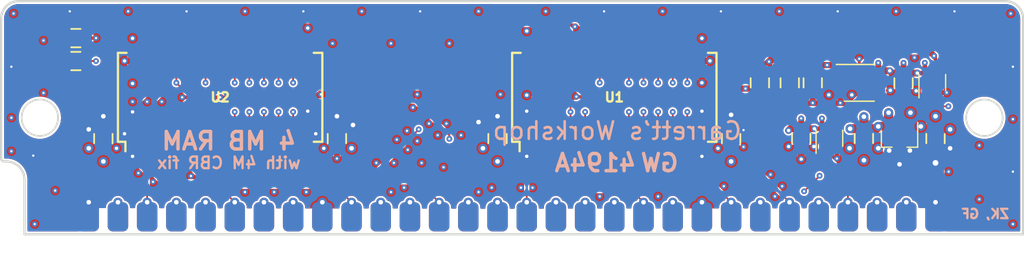
<source format=kicad_pcb>
(kicad_pcb (version 20211014) (generator pcbnew)

  (general
    (thickness 1.6)
  )

  (paper "A4")
  (title_block
    (title "GW4194A")
    (date "2023-01-20")
    (rev "1.1-SOJ-DP")
    (company "Garrett's Workshop")
  )

  (layers
    (0 "F.Cu" signal)
    (1 "In1.Cu" power)
    (2 "In2.Cu" signal)
    (31 "B.Cu" power)
    (32 "B.Adhes" user "B.Adhesive")
    (33 "F.Adhes" user "F.Adhesive")
    (34 "B.Paste" user)
    (35 "F.Paste" user)
    (36 "B.SilkS" user "B.Silkscreen")
    (37 "F.SilkS" user "F.Silkscreen")
    (38 "B.Mask" user)
    (39 "F.Mask" user)
    (40 "Dwgs.User" user "User.Drawings")
    (41 "Cmts.User" user "User.Comments")
    (42 "Eco1.User" user "User.Eco1")
    (43 "Eco2.User" user "User.Eco2")
    (44 "Edge.Cuts" user)
    (45 "Margin" user)
    (46 "B.CrtYd" user "B.Courtyard")
    (47 "F.CrtYd" user "F.Courtyard")
    (48 "B.Fab" user)
    (49 "F.Fab" user)
  )

  (setup
    (stackup
      (layer "F.SilkS" (type "Top Silk Screen"))
      (layer "F.Paste" (type "Top Solder Paste"))
      (layer "F.Mask" (type "Top Solder Mask") (thickness 0.01))
      (layer "F.Cu" (type "copper") (thickness 0.035))
      (layer "dielectric 1" (type "core") (thickness 0.48) (material "FR4") (epsilon_r 4.5) (loss_tangent 0.02))
      (layer "In1.Cu" (type "copper") (thickness 0.035))
      (layer "dielectric 2" (type "prepreg") (thickness 0.48) (material "FR4") (epsilon_r 4.5) (loss_tangent 0.02))
      (layer "In2.Cu" (type "copper") (thickness 0.035))
      (layer "dielectric 3" (type "core") (thickness 0.48) (material "FR4") (epsilon_r 4.5) (loss_tangent 0.02))
      (layer "B.Cu" (type "copper") (thickness 0.035))
      (layer "B.Mask" (type "Bottom Solder Mask") (thickness 0.01))
      (layer "B.Paste" (type "Bottom Solder Paste"))
      (layer "B.SilkS" (type "Bottom Silk Screen"))
      (copper_finish "None")
      (dielectric_constraints no)
    )
    (pad_to_mask_clearance 0.0762)
    (solder_mask_min_width 0.127)
    (pad_to_paste_clearance -0.0381)
    (pcbplotparams
      (layerselection 0x00010f8_ffffffff)
      (disableapertmacros false)
      (usegerberextensions true)
      (usegerberattributes false)
      (usegerberadvancedattributes false)
      (creategerberjobfile false)
      (svguseinch false)
      (svgprecision 6)
      (excludeedgelayer true)
      (plotframeref false)
      (viasonmask false)
      (mode 1)
      (useauxorigin false)
      (hpglpennumber 1)
      (hpglpenspeed 20)
      (hpglpendiameter 15.000000)
      (dxfpolygonmode true)
      (dxfimperialunits true)
      (dxfusepcbnewfont true)
      (psnegative false)
      (psa4output false)
      (plotreference true)
      (plotvalue true)
      (plotinvisibletext false)
      (sketchpadsonfab false)
      (subtractmaskfromsilk true)
      (outputformat 1)
      (mirror false)
      (drillshape 0)
      (scaleselection 1)
      (outputdirectory "gerber/")
    )
  )

  (net 0 "")
  (net 1 "+5V")
  (net 2 "/D0")
  (net 3 "/D1")
  (net 4 "/~{WE}")
  (net 5 "/~{RAS}")
  (net 6 "/~{CAS}")
  (net 7 "/D2")
  (net 8 "/D3")
  (net 9 "GND")
  (net 10 "/D4")
  (net 11 "/D5")
  (net 12 "/D6")
  (net 13 "/A11")
  (net 14 "/D7")
  (net 15 "/QP")
  (net 16 "/~{CASP}")
  (net 17 "/DP")
  (net 18 "/1A0")
  (net 19 "/1A1")
  (net 20 "/1A2")
  (net 21 "/1A3")
  (net 22 "/1A4")
  (net 23 "/1A5")
  (net 24 "/1A6")
  (net 25 "/1A7")
  (net 26 "/1A8")
  (net 27 "/1A10")
  (net 28 "/1A9")
  (net 29 "/~{RWE}")
  (net 30 "/~{OE}")
  (net 31 "/~{WEE}")
  (net 32 "unconnected-(U4-Pad5)")
  (net 33 "+3V3")
  (net 34 "Net-(R3-Pad2)")
  (net 35 "Net-(R4-Pad2)")
  (net 36 "Net-(C9-Pad1)")

  (footprint "stdpads:C_0805" (layer "F.Cu") (at 85.09 93.257 -90))

  (footprint "stdpads:C_0805" (layer "F.Cu") (at 105.41 93.257 -90))

  (footprint "stdpads:C_0805" (layer "F.Cu") (at 119.38 93.257 -90))

  (footprint "stdpads:C_0805" (layer "F.Cu") (at 157.48 93.257 90))

  (footprint "stdpads:SIMM-30_Edge" (layer "F.Cu") (at 120.65 99.822))

  (footprint "stdpads:R_0805" (layer "F.Cu") (at 82.7 86.5 180))

  (footprint "stdpads:R_0805" (layer "F.Cu") (at 82.7 84.5))

  (footprint "stdpads:C_0805" (layer "F.Cu") (at 146.8 88.4 -90))

  (footprint "stdpads:R_0805" (layer "F.Cu") (at 144.8 88.4 -90))

  (footprint "stdpads:NXP_TSSOP-8_3x3mm_P0.65mm" (layer "F.Cu") (at 150.85 88.4))

  (footprint "stdpads:SOT-353" (layer "F.Cu") (at 148.25 93.25 -90))

  (footprint "stdpads:SOT-353" (layer "F.Cu") (at 157.2 88.4 -90))

  (footprint "stdpads:C_0805" (layer "F.Cu") (at 154.7 88.4 -90))

  (footprint "stdpads:SOT-23" (layer "F.Cu") (at 154.35 93.25 90))

  (footprint "stdpads:C_0805" (layer "F.Cu") (at 151.25 93.25 -90))

  (footprint "stdpads:R_0805" (layer "F.Cu") (at 142.2 88.4 90))

  (footprint "stdpads:C_0805" (layer "F.Cu") (at 145.8 93.25 -90))

  (footprint "stdpads:SOJ-24-26_300mil" (layer "F.Cu") (at 129.54 89.662 90))

  (footprint "stdpads:SOJ-24-26_300mil" (layer "F.Cu") (at 95.25 89.662 90))

  (footprint "stdpads:C_0805" (layer "F.Cu") (at 139.7 93.257 -90))

  (gr_circle (center 79.5655 91.44) (end 77.978 91.44) (layer "Edge.Cuts") (width 0.15) (fill none) (tstamp 00000000-0000-0000-0000-00005d2a6fd1))
  (gr_circle (center 161.7345 91.44) (end 163.322 91.44) (layer "Edge.Cuts") (width 0.15) (fill none) (tstamp 00000000-0000-0000-0000-00005d2dac71))
  (gr_arc (start 163.576 81.28) (mid 164.653631 81.726369) (end 165.1 82.804) (layer "Edge.Cuts") (width 0.2) (tstamp 00000000-0000-0000-0000-00005ec04107))
  (gr_arc (start 76.2 82.804) (mid 76.646369 81.726369) (end 77.724 81.28) (layer "Edge.Cuts") (width 0.2) (tstamp 00000000-0000-0000-0000-00005ec04357))
  (gr_line (start 76.6445 95.25) (end 76.454 95.25) (layer "Edge.Cuts") (width 0.2) (tstamp 00000000-0000-0000-0000-000060d2961e))
  (gr_line (start 78.232 101.6) (end 78.232 96.8375) (layer "Edge.Cuts") (width 0.2) (tstamp 00000000-0000-0000-0000-000060d2961f))
  (gr_arc (start 76.454 95.25) (mid 76.274395 95.175605) (end 76.2 94.996) (layer "Edge.Cuts") (width 0.2) (tstamp 00000000-0000-0000-0000-000060d29620))
  (gr_arc (start 76.6445 95.25) (mid 77.767032 95.714968) (end 78.232 96.8375) (layer "Edge.Cuts") (width 0.2) (tstamp 00000000-0000-0000-0000-000060d29621))
  (gr_line (start 76.2 94.996) (end 76.2 82.804) (layer "Edge.Cuts") (width 0.2) (tstamp 00000000-0000-0000-0000-000060d29686))
  (gr_line (start 165.1 101.6) (end 78.232 101.6) (layer "Edge.Cuts") (width 0.2) (tstamp 0f9b4cc8-bfa2-4dd5-8968-4ee27beef35e))
  (gr_line (start 165.1 82.804) (end 165.1 101.6) (layer "Edge.Cuts") (width 0.2) (tstamp 74ed99b7-59e3-4bf0-b208-e6c36c98b475))
  (gr_line (start 77.724 81.28) (end 163.576 81.28) (layer "Edge.Cuts") (width 0.2) (tstamp dedbac8c-433f-4a96-819b-5bdd9b3263cf))
  (gr_text "GW" (at 133.477 95.377) (layer "B.SilkS") (tstamp 00000000-0000-0000-0000-00005d3285a4)
    (effects (font (size 1.5 1.5) (thickness 0.3)) (justify mirror))
  )
  (gr_text "4194A" (at 127.889 95.377) (layer "B.SilkS") (tstamp 00000000-0000-0000-0000-000060cfc96f)
    (effects (font (size 1.5 1.5) (thickness 0.3)) (justify mirror))
  )
  (gr_text "Garrett’s Workshop" (at 129.794 92.583) (layer "B.SilkS") (tstamp 00000000-0000-0000-0000-000060cfc980)
    (effects (font (size 1.524 1.524) (thickness 0.225)) (justify mirror))
  )
  (gr_text "with 4M CBR fix" (at 96.012 95.377) (layer "B.SilkS") (tstamp 00000000-0000-0000-0000-000060cfce6a)
    (effects (font (size 1.016 1.016) (thickness 0.2032)) (justify mirror))
  )
  (gr_text "4 MB RAM" (at 96.012 93.472) (layer "B.SilkS") (tstamp 00000000-0000-0000-0000-000060cfce6d)
    (effects (font (size 1.524 1.524) (thickness 0.3)) (justify mirror))
  )
  (gr_text "ZK, GF" (at 161.798 99.822) (layer "B.SilkS") (tstamp 00000000-0000-0000-0000-000060d0c09c)
    (effects (font (size 0.8128 0.8128) (thickness 0.2032)) (justify mirror))
  )

  (segment (start 154.35 94.3) (end 155.25 94.3) (width 0.8) (layer "F.Cu") (net 1) (tstamp 00000000-0000-0000-0000-000060c45363))
  (segment (start 154.35 94.3) (end 153.45 94.3) (width 0.8) (layer "F.Cu") (net 1) (tstamp 00000000-0000-0000-0000-000060c45366))
  (segment (start 154.35 94.3) (end 154.35 95.5) (width 0.8) (layer "F.Cu") (net 1) (tstamp 00000000-0000-0000-0000-000060c4536c))
  (segment (start 87.63 92.5195) (end 87.63 92.837) (width 0.6) (layer "F.Cu") (net 1) (tstamp 127a3049-ee5d-4224-8391-d680686b5fca))
  (segment (start 155.443 94.107) (end 155.25 94.3) (width 0.8) (layer "F.Cu") (net 1) (tstamp 13b5d1f6-f507-4379-9252-e6c8ffa16c38))
  (segment (start 85.09 92.407) (end 87.5175 92.407) (width 0.6) (layer "F.Cu") (net 1) (tstamp 175044b7-881b-42ef-aa32-f9c92421975f))
  (segment (start 87.5175 92.407) (end 87.63 92.5195) (width 0.6) (layer "F.Cu") (net 1) (tstamp 1aa834e9-f83f-4325-95a9-9e0f8874fcfc))
  (segment (start 105.41 92.407) (end 105.41 91.313) (width 0.762) (layer "F.Cu") (net 1) (tstamp 1bb185e8-635c-4605-971b-e4a645bb7f3e))
  (segment (start 137.209 92.407) (end 137.16 92.456) (width 0.6) (layer "F.Cu") (net 1) (tstamp 225fa9c9-fba7-4d81-8c62-e1156c364ea1))
  (segment (start 157.48 98.806) (end 157.48 95.377) (width 1.27) (layer "F.Cu") (net 1) (tstamp 26c2d5ab-1fd7-440c-afcb-677fb7067d56))
  (segment (start 139.7 92.407) (end 137.209 92.407) (width 0.6) (layer "F.Cu") (net 1) (tstamp 29fe9b20-ae77-4818-8dd1-9571d0341f71))
  (segment (start 106.475 92.407) (end 106.807 92.075) (width 0.762) (layer "F.Cu") (net 1) (tstamp 48fcf9e2-cafa-4081-83a6-41934aeafaa4))
  (segment (start 118.315 92.407) (end 117.729 91.821) (width 0.762) (layer "F.Cu") (net 1) (tstamp 5cc55ffb-63a9-4bf9-99b1-2e14d5fd7c33))
  (segment (start 121.871 92.407) (end 121.92 92.456) (width 0.6) (layer "F.Cu") (net 1) (tstamp 67b86933-bdd1-4847-b426-038dc15ba42f))
  (segment (start 83.869 92.407) (end 83.82 92.456) (width 0.762) (layer "F.Cu") (net 1) (tstamp 685e1518-d2ef-4ba6-b251-355ad68ea39e))
  (segment (start 85.09 92.407) (end 85.09 91.313) (width 0.762) (layer "F.Cu") (net 1) (tstamp 6e7b9854-b76e-4f79-a992-213adc9e723d))
  (segment (start 137.16 92.456) (end 137.16 92.837) (width 0.6) (layer "F.Cu") (net 1) (tstamp 70b729e5-0c7e-468a-bb0b-7035b92a0c4e))
  (segment (start 121.92 92.837) (end 121.92 94.8055) (width 0.6) (layer "F.Cu") (net 1) (tstamp 80694993-1b3b-4731-b48d-fff1145b9a1d))
  (segment (start 157.48 94.107) (end 158.75 94.107) (width 0.8) (layer "F.Cu") (net 1) (tstamp 8138b559-57b5-48b9-86e3-17359bb32d07))
  (segment (start 102.87 92.837) (end 103.5685 92.837) (width 0.6) (layer "F.Cu") (net 1) (tstamp 9bcdac48-9f15-4c4f-9540-e372e82560b1))
  (segment (start 137.16 92.837) (end 137.16 94.8055) (width 0.6) (layer "F.Cu") (net 1) (tstamp a0fbd96c-ecd2-4c27-9347-0ee8857a0143))
  (segment (start 140.667 92.407) (end 140.7795 92.5195) (width 0.508) (layer "F.Cu") (net 1) (tstamp a5713fb0-4778-4eae-96c7-9b79bba2b371))
  (segment (start 121.92 92.837) (end 121.92 90.8685) (width 0.6) (layer "F.Cu") (net 1) (tstamp a5a9c945-0ec6-4852-a112-891b8f31ae0e))
  (segment (start 87.63 92.837) (end 86.9315 92.837) (width 0.6) (layer "F.Cu") (net 1) (tstamp b3fc50ae-84fc-4424-85e5-311999d43a3b))
  (segment (start 87.63 92.837) (end 87.63 94.8055) (width 0.6) (layer "F.Cu") (net 1) (tstamp c025285d-1159-4c09-8e0d-47b86a300200))
  (segment (start 102.87 92.837) (end 102.87 90.8685) (width 0.6) (layer "F.Cu") (net 1) (tstamp c78e5641-b470-4a69-a54b-c9ab97b5839d))
  (segment (start 105.41 92.407) (end 106.475 92.407) (width 0.762) (layer "F.Cu") (net 1) (tstamp c8e2541b-1662-4f79-92b7-b694882bc205))
  (segment (start 157.48 94.107) (end 155.443 94.107) (width 0.8) (layer "F.Cu") (net 1) (tstamp ca4efd69-a1cf-4d51-890d-a7b01fde70ec))
  (segment (start 157.48 95.377) (end 157.48 94.107) (width 0.762) (layer "F.Cu") (net 1) (tstamp d2d0427a-d37f-4139-9cbb-1fa360526ba1))
  (segment (start 137.16 92.837) (end 137.16 90.8685) (width 0.6) (layer "F.Cu") (net 1) (tstamp d9e56be6-0802-4bbe-a005-539e1e87e6cc))
  (segment (start 102.919 92.407) (end 102.87 92.456) (width 0.6) (layer "F.Cu") (net 1) (tstamp dcc49538-4d38-411f-8224-70c5be0597b3))
  (segment (start 119.38 92.407) (end 118.315 92.407) (width 0.762) (layer "F.Cu") (net 1) (tstamp dfc48a3d-667a-4559-bbc3-69367ec627ee))
  (segment (start 139.7 92.407) (end 139.7 91.186) (width 0.762) (layer "F.Cu") (net 1) (tstamp e351d291-22ec-4205-90ef-3010c5d94112))
  (segment (start 105.41 92.407) (end 102.919 92.407) (width 0.6) (layer "F.Cu") (net 1) (tstamp e3606be5-c10e-4481-be16-6a8f9be0888a))
  (segment (start 119.38 92.407) (end 121.871 92.407) (width 0.6) (layer "F.Cu") (net 1) (tstamp e3eaa9ab-10c9-448a-bdd6-da243b873559))
  (segment (start 102.87 92.456) (end 102.87 92.837) (width 0.6) (layer "F.Cu") (net 1) (tstamp e7b83244-298a-46e4-82d7-6f052ab26cb1))
  (segment (start 87.63 94.112) (end 87.63 90.932) (width 0.6) (layer "F.Cu") (net 1) (tstamp eb332b3e-4dbc-41d5-95e8-95a0df15caad))
  (segment (start 119.38 92.407) (end 119.38 91.313) (width 0.762) (layer "F.Cu") (net 1) (tstamp ed2b0ddf-9cdb-4e5a-b732-d8811d7f07cd))
  (segment (start 139.7 92.407) (end 140.667 92.407) (width 0.508) (layer "F.Cu") (net 1) (tstamp f0cc6254-829c-4aa0-97d6-6a37897cb2a2))
  (segment (start 87.625 94.107) (end 87.63 94.112) (width 0.508) (layer "F.Cu") (net 1) (tstamp f1b94683-fa62-4bb2-98b3-09dfc2a834b0))
  (segment (start 85.09 92.407) (end 83.869 92.407) (width 0.762) (layer "F.Cu") (net 1) (tstamp f5e19e37-dbbf-4dc0-a611-326e7d5a161d))
  (segment (start 121.92 92.456) (end 121.92 92.837) (width 0.6) (layer "F.Cu") (net 1) (tstamp fb762772-43d6-4538-b623-503fa10fb17b))
  (via (at 77.089 86.995) (size 0.508) (drill 0.2) (layers "F.Cu" "B.Cu") (net 1) (tstamp 00000000-0000-0000-0000-00005d2b0d7c))
  (via (at 164.211 86.995) (size 0.508) (drill 0.2) (layers "F.Cu" "B.Cu") (net 1) (tstamp 00000000-0000-0000-0000-00005d2b0d7f))
  (via (at 164.211 96.139) (size 0.508) (drill 0.2) (layers "F.Cu" "B.Cu") (net 1) (tstamp 00000000-0000-0000-0000-00005d2b0db8))
  (via (at 78.994 94.742) (size 0.508) (drill 0.2) (layers "F.Cu" "B.Cu") (net 1) (tstamp 00000000-0000-0000-0000-00005d2b1245))
  (via (at 159.131 82.169) (size 0.508) (drill 0.2) (layers "F.Cu" "B.Cu") (net 1) (tstamp 00000000-0000-0000-0000-000060c1eea9))
  (via (at 148.971 82.169) (size 0.508) (drill 0.2) (layers "F.Cu" "B.Cu") (net 1) (tstamp 00000000-0000-0000-0000-000060c1eeac))
  (via (at 92.329 82.169) (size 0.508) (drill 0.2) (layers "F.Cu" "B.Cu") (net 1) (tstamp 00000000-0000-0000-0000-000060c1eeb0))
  (via (at 102.489 82.169) (size 0.508) (drill 0.2) (layers "F.Cu" "B.Cu") (net 1) (tstamp 00000000-0000-0000-0000-000060c1eeb4))
  (via (at 138.811 82.169) (size 0.508) (drill 0.2) (layers "F.Cu" "B.Cu") (net 1) (tstamp 00000000-0000-0000-0000-000060c1eeb8))
  (via (at 82.169 82.169) (size 0.508) (drill 0.2) (layers "F.Cu" "B.Cu") (net 1) (tstamp 00000000-0000-0000-0000-000060c209f0))
  (via (at 112.649 82.169) (size 0.508) (drill 0.2) (layers "F.Cu" "B.Cu") (net 1) (tstamp 00000000-0000-0000-0000-000060c20a08))
  (via (at 128.651 82.169) (size 0.508) (drill 0.2) (layers "F.Cu" "B.Cu") (net 1) (tstamp 00000000-0000-0000-0000-000060c20a17))
  (via (at 155.25 94.3) (size 0.8) (drill 0.4) (layers "F.Cu" "B.Cu") (net 1) (tstamp 00000000-0000-0000-0000-000060c45360))
  (via (at 154.35 95.5) (size 0.8) (drill 0.4) (layers "F.Cu" "B.Cu") (net 1) (tstamp 00000000-0000-0000-0000-000060c45369))
  (via (at 153.45 94.3) (size 0.8) (drill 0.4) (layers "F.Cu" "B.Cu") (net 1) (tstamp 00000000-0000-0000-0000-000060c4536f))
  (via (at 117.729 91.821) (size 0.8) (drill 0.4) (layers "F.Cu" "B.Cu") (net 1) (tstamp 032b3b17-ae67-49c3-abdf-4ec76b07867c))
  (via (at 102.87 90.8685) (size 0.6) (drill 0.3) (layers "F.Cu" "B.Cu") (net 1) (tstamp 1a06d274-bff5-482b-b293-698015405dfe))
  (via (at 121.92 90.8685) (size 0.6) (drill 0.3) (layers "F.Cu" "B.Cu") (net 1) (tstamp 367cf670-0446-4cfb-8750-05ec84956ad2))
  (via (at 140.7795 92.5195) (size 0.508) (drill 0.2) (layers "F.Cu" "B.Cu") (net 1) (tstamp 42f7e8e1-a148-4a97-a7a0-3e52620ddc96))
  (via (at 103.5685 92.837) (size 0.6) (drill 0.3) (layers "F.Cu" "B.Cu") (net 1) (tstamp 4ae11703-4e5a-4fd8-bc7c-40e5c30972c1))
  (via (at 87.63 90.932) (size 0.6) (drill 0.3) (layers "F.Cu" "B.Cu") (net 1) (tstamp 5fd55803-892f-460a-82ae-4b184e504bb4))
  (via (at 85.09 91.313) (size 0.8) (drill 0.4) (layers "F.Cu" "B.Cu") (net 1) (tstamp 6637ec1c-9e4a-4e6f-a5d2-40920cdca0b4))
  (via (at 158.75 94.107) (size 0.8) (drill 0.4) (layers "F.Cu" "B.Cu") (net 1) (tstamp 7d0b8803-8cf9-480a-9a6d-37321a13e207))
  (via (at 106.807 92.075) (size 0.8) (drill 0.4) (layers "F.Cu" "B.Cu") (net 1) (tstamp 7fdfa0df-1474-4f8a-b5e6-1bae8f936bb3))
  (via (at 137.16 94.8055) (size 0.6) (drill 0.3) (layers "F.Cu" "B.Cu") (net 1) (tstamp 87935fa2-025f-4e77-be44-223fa2556169))
  (via (at 87.63 94.8055) (size 0.6) (drill 0.3) (layers "F.Cu" "B.Cu") (net 1) (tstamp 949119bc-f11f-4db5-beb4-1db6f44ef5bd))
  (via (at 105.41 91.313) (size 0.8) (drill 0.4) (layers "F.Cu" "B.Cu") (net 1) (tstamp 98891044-79a8-4097-af7b-7c6e94801c52))
  (via (at 86.9315 92.837) (size 0.6) (drill 0.3) (layers "F.Cu" "B.Cu") (net 1) (tstamp 9fb8c3dd-7e09-437c-8aca-7b6598956bc8))
  (via (at 139.7 91.186) (size 0.8) (drill 0.4) (layers "F.Cu" "B.Cu") (net 1) (tstamp b4533b0d-1a3f-41ce-8b05-17885e6a0bdd))
  (via (at 83.82 92.456) (size 0.8) (drill 0.4) (layers "F.Cu" "B.Cu") (net 1) (tstamp b9c3de66-3cef-4877-b8ac-dc4debd0a5c9))
  (via (at 121.92 94.8055) (size 0.6) (drill 0.3) (layers "F.Cu" "B.Cu") (net 1) (tstamp c3535e0f-b8da-4b26-9350-c8fcd2276512))
  (via (at 137.16 90.8685) (size 0.6) (drill 0.3) (layers "F.Cu" "B.Cu") (net 1) (tstamp c4490a66-4959-46c8-b954-73aae5a2000a))
  (via (at 119.38 91.313) (size 0.8) (drill 0.4) (layers "F.Cu" "B.Cu") (net 1) (tstamp e39e49b3-66d1-4385-8d94-6d29fb2d24f2))
  (via (at 157.48 95.377) (size 1) (drill 0.5) (layers "F.Cu" "B.Cu") (net 1) (tstamp e3d92496-b6e3-4bdf-98bf-804e73fd50d2))
  (segment (start 88.9 96.266) (end 88.265 95.631) (width 0.1524) (layer "F.Cu") (net 2) (tstamp 13235573-5809-4902-89c7-e3284b53675e))
  (segment (start 88.265 89.916) (end 88.9 89.281) (width 0.1524) (layer "F.Cu") (net 2) (tstamp 2993f693-707f-48b6-8dfd-168cff44eebe))
  (segment (start 88.9 98.806) (end 88.9 96.266) (width 0.1524) (layer "F.Cu") (net 2) (tstamp 5cc5c3eb-8c8f-486c-b5e6-652fb08b9045))
  (segment (start 88.9 89.281) (end 88.9 85.962) (width 0.1524) (layer "F.Cu") (net 2) (tstamp 6883b9da-ec43-46c2-8f09-8197dfcce6a7))
  (segment (start 88.265 95.631) (end 88.265 89.916) (width 0.1524) (layer "F.Cu") (net 2) (tstamp 9fbebac7-0f07-47b2-99a9-2cb97a76e5f6))
  (segment (start 96.52 98.806) (end 95.504 97.79) (width 0.1524) (layer "F.Cu") (net 3) (tstamp 55644834-ae82-4d76-b06b-8919c465c8d4))
  (segment (start 95.504 97.79) (end 90.932 97.79) (width 0.1524) (layer "F.Cu") (net 3) (tstamp 8a0a235c-1e18-469f-beda-bf30104257a3))
  (segment (start 90.932 97.79) (end 88.9 95.758) (width 0.1524) (layer "F.Cu") (net 3) (tstamp cdc12f2a-1506-46d9-9280-471b94f70afb))
  (segment (start 88.9 95.758) (end 88.9 94.112) (width 0.1524) (layer "F.Cu") (net 3) (tstamp feaaa651-6671-4d42-9eb2-6c146a20d200))
  (segment (start 156.55 89.25) (end 156.55 90.2) (width 0.1524) (layer "F.Cu") (net 4) (tstamp 01d28f52-373e-4715-a2a0-3e5cf4657ce8))
  (segment (start 156.8 90.45) (end 158.6 90.45) (width 0.1524) (layer "F.Cu") (net 4) (tstamp 01e77fa3-a001-44a9-b47a-4e4c7f0514b2))
  (segment (start 146.7485 97.155) (end 146.05 97.8535) (width 0.1524) (layer "F.Cu") (net 4) (tstamp 3e6e9594-233d-48fc-8a9a-d2aae5b88470))
  (segment (start 156.55 90.2) (end 156.8 90.45) (width 0.1524) (layer "F.Cu") (net 4) (tstamp 69a910fa-dd1b-454b-a025-52ff14fb18e0))
  (segment (start 147.4 96.5) (end 146.7485 97.1515) (width 0.1524) (layer "F.Cu") (net 4) (tstamp 978bd48b-b78b-4643-af51-147ee7f45b6f))
  (segment (start 146.7485 97.1515) (end 146.7485 97.155) (width 0.1524) (layer "F.Cu") (net 4) (tstamp bbe618fb-ce2d-49a9-944c-04ac6bbace80))
  (via (at 146.05 97.8535) (size 0.508) (drill 0.2) (layers "F.Cu" "B.Cu") (net 4) (tstamp 2d115728-6bd0-47c2-84ba-a4cd9e6bcfeb))
  (via (at 147.4 96.5) (size 0.508) (drill 0.2) (layers "F.Cu" "B.Cu") (net 4) (tstamp 7ab567ad-010f-41c5-99a4-57ffc9aee46b))
  (via (at 158.6 90.45) (size 0.508) (drill 0.2) (layers "F.Cu" "B.Cu") (net 4) (tstamp 85084fc8-5399-4448-87c1-d65b2114f533))
  (segment (start 144.526 97.7265) (end 145.923 97.7265) (width 0.1524) (layer "In2.Cu") (net 4) (tstamp 12a07f0b-6d9e-40d8-826c-cef4d1653b25))
  (segment (start 145.923 97.7265) (end 146.05 97.8535) (width 0.1524) (layer "In2.Cu") (net 4) (tstamp 2201c6a2-c63c-4c5b-a4f0-e9a4f3895d89))
  (segment (start 154.8 96.5) (end 158.1 93.2) (width 0.1524) (layer "In2.Cu") (net 4) (tstamp 3375a429-381a-4039-802e-90fb3fd025c1))
  (segment (start 134.62 98.806) (end 135.509 97.917) (width 0.1524) (layer "In2.Cu") (net 4) (tstamp 374b1ead-e15d-49f0-aa96-55454537f871))
  (segment (start 143.9545 97.917) (end 144.3355 97.917) (width 0.1524) (layer "In2.Cu") (net 4) (tstamp 62d59948-2484-4116-8689-eaeffbec074a))
  (segment (start 139.446 97.7265) (end 143.764 97.7265) (width 0.1524) (layer "In2.Cu") (net 4) (tstamp 729176b4-5f00-4429-b1f1-fde978b331f2))
  (segment (start 135.509 97.917) (end 139.2555 97.917) (width 0.1524) (layer "In2.Cu") (net 4) (tstamp 819cc619-e5e5-44cf-9df5-3af7df395e1f))
  (segment (start 158.1 93.2) (end 158.1 91.709) (width 0.1524) (layer "In2.Cu") (net 4) (tstamp 9aa592da-9975-4048-862b-c50a4774469d))
  (segment (start 139.2555 97.917) (end 139.446 97.7265) (width 0.1524) (layer "In2.Cu") (net 4) (tstamp b53255d1-d92e-4cdb-bfaf-bc43cc45336d))
  (segment (start 147.4 96.5) (end 154.8 96.5) (width 0.1524) (layer "In2.Cu") (net 4) (tstamp b6075403-8071-4386-9630-041722e6bbc8))
  (segment (start 158.1 91.709) (end 158.6 91.209) (width 0.1524) (layer "In2.Cu") (net 4) (tstamp bfc5f2d5-46ec-463a-9056-e9ca6b5d76ef))
  (segment (start 158.6 91.209) (end 158.6 90.45) (width 0.1524) (layer "In2.Cu") (net 4) (tstamp cc0fff16-25da-486d-9b0b-4d1466a0f716))
  (segment (start 144.3355 97.917) (end 144.526 97.7265) (width 0.1524) (layer "In2.Cu") (net 4) (tstamp e511e038-2c95-48ff-a6f1-c9cbd18b0e34))
  (segment (start 143.764 97.7265) (end 143.9545 97.917) (width 0.1524) (layer "In2.Cu") (net 4) (tstamp e57d2bf8-290e-4fd2-aeb7-bb1a574246f2))
  (segment (start 127 94.112) (end 127 90.932) (width 0.1524) (layer "F.Cu") (net 5) (tstamp 00000000-0000-0000-0000-00005d132dac))
  (segment (start 112.522 92.456) (end 108.585 96.393) (width 0.1524) (layer "F.Cu") (net 5) (tstamp 47c81b80-416c-4a17-9aff-1a941d587b1e))
  (segment (start 149.86 96.66) (end 149.86 98.806) (width 0.1524) (layer "F.Cu") (net 5) (tstamp 55bb5fae-e752-470d-b60e-849c44dc9772))
  (segment (start 148.25 94.1) (end 148.25 95.05) (width 0.1524) (layer "F.Cu") (net 5) (tstamp 6fcaa67b-1ceb-4223-b6ce-c330ed0074e2))
  (segment (start 108.585 96.393) (end 93.345 96.393) (width 0.1524) (layer "F.Cu") (net 5) (tstamp a1aa65f8-bbfe-46ca-ac8d-f8bacb60cac9))
  (segment (start 92.71 95.758) (end 92.71 93.362) (width 0.1524) (layer "F.Cu") (net 5) (tstamp c24b7489-82d4-47a5-88a1-9226ff93aa2b))
  (segment (start 148.25 95.05) (end 149.86 96.66) (width 0.1524) (layer "F.Cu") (net 5) (tstamp c8b97db0-c9e7-44a0-afe8-a0ef040f034c))
  (segment (start 93.345 96.393) (end 92.71 95.758) (width 0.1524) (layer "F.Cu") (net 5) (tstamp dfc03954-6c5a-420b-9875-aaafed4c5414))
  (segment (start 149.85 100.066) (end 149.86 100.076) (width 0.1524) (layer "F.Cu") (net 5) (tstamp fae7b584-ece5-414f-8697-296a550f9c15))
  (via (at 127 90.932) (size 0.508) (drill 0.2) (layers "F.Cu" "B.Cu") (net 5) (tstamp 00000000-0000-0000-0000-00005d132da9))
  (via (at 112.522 92.456) (size 0.508) (drill 0.2) (layers "F.Cu" "B.Cu") (net 5) (tstamp 8649a33a-0170-4720-84f3-230d50895462))
  (segment (start 126.1745 90.1065) (end 127 90.932) (width 0.1524) (layer "In2.Cu") (net 5) (tstamp 0f7632c2-b215-4248-9166-09cbbf43bcd7))
  (segment (start 147.193 97.79) (end 148.844 97.79) (width 0.1524) (layer "In2.Cu") (net 5) (tstamp 4f3c9e4b-e2a7-4358-8b58-d9859ee9a5c0))
  (segment (start 123.063 92.456) (end 125.4125 90.1065) (width 0.1524) (layer "In2.Cu") (net 5) (tstamp 6d431a33-944e-42fb-bf1f-58add6924590))
  (segment (start 127 90.932) (end 132.969 96.901) (width 0.1524) (layer "In2.Cu") (net 5) (tstamp 7fddd4a8-5ea7-4c3a-b43a-b52dbfd525aa))
  (segment (start 132.969 96.901) (end 146.304 96.901) (width 0.1524) (layer "In2.Cu") (net 5) (tstamp 8e68dde2-ad4f-43f4-ab08-0ee6bd0d7938))
  (segment (start 112.522 92.456) (end 123.063 92.456) (width 0.1524) (layer "In2.Cu") (net 5) (tstamp 9dd05980-08b5-4d6d-a806-6e4674e95385))
  (segment (start 148.844 97.79) (end 149.86 98.806) (width 0.1524) (layer "In2.Cu") (net 5) (tstamp caf5feff-b353-40d2-ad86-bd4a51fa0ef0))
  (segment (start 125.4125 90.1065) (end 126.1745 90.1065) (width 0.1524) (layer "In2.Cu") (net 5) (tstamp ce91ab9f-63c1-4be3-b2c8-2aa1ccd6224c))
  (segment (start 146.304 96.901) (end 147.193 97.79) (width 0.1524) (layer "In2.Cu") (net 5) (tstamp d432f7ba-171b-4529-9108-844e4c84a81d))
  (segment (start 143.5 86.85) (end 143.5 88.05) (width 0.1524) (layer "F.Cu") (net 6) (tstamp 03158a04-10b9-475b-b727-355b5a5e5a92))
  (segment (start 138.7 88.4) (end 137.85 89.25) (width 0.1524) (layer "F.Cu") (net 6) (tstamp 21dad2c6-b1a2-4c37-9e16-2bd38a165508))
  (segment (start 92.329 89.281) (end 91.44 88.392) (width 0.1524) (layer "F.Cu") (net 6) (tstamp 23abf554-8a9b-4448-be93-ae30d63a4252))
  (segment (start 143.15 88.4) (end 138.7 88.4) (width 0.1524) (layer "F.Cu") (net 6) (tstamp 25fd2cda-1237-446e-9dce-09728bd3d498))
  (segment (start 114.4905 88.8365) (end 103.759 88.8365) (width 0.1524) (layer "F.Cu") (net 6) (tstamp 47b53fd7-edd1-41a1-883f-7bb1b2283386))
  (segment (start 126.588 89.25) (end 125.73 88.392) (width 0.1524) (layer "F.Cu") (net 6) (tstamp 4aa3e5a4-4284-4277-836e-22195197b38b))
  (segment (start 103.759 88.8365) (end 103.3145 89.281) (width 0.1524) (layer "F.Cu") (net 6) (tstamp 4e42604c-7807-4958-a75e-fe80c03e9b80))
  (segment (start 125.222 83.312) (end 120.015 83.312) (width 0.1524) (layer "F.Cu") (net 6) (tstamp 586a7105-4ded-4a76-83f3-a34846771ba5))
  (segment (start 120.015 83.312) (end 114.4905 88.8365) (width 0.1524) (layer "F.Cu") (net 6) (tstamp 5c595fca-01bc-47ea-a32c-d9baf026ec4e))
  (segment (start 94.869 89.281) (end 92.329 89.281) (width 0.1524) (layer "F.Cu") (net 6) (tstamp 6270c1ee-e81e-45e8-9dad-1a7b1a7f15d3))
  (segment (start 125.73 88.392) (end 125.73 85.212) (width 0.1524) (layer "F.Cu") (net 6) (tstamp 7307241e-a6bc-4cd2-9b5c-6de619eff265))
  (segment (start 150.225 88.075) (end 150.5 87.8) (width 0.1524) (layer "F.Cu") (net 6) (tstamp 7bd2397b-0eee-4fb2-8cc5-b4be8e620d06))
  (segment (start 150.2 86.35) (end 144 86.35) (width 0.1524) (layer "F.Cu") (net 6) (tstamp 927327ce-310b-427f-b909-262c88998908))
  (segment (start 84.45 86.5) (end 83.65 86.5) (width 0.1524) (layer "F.Cu") (net 6) (tstamp 9a3a2d57-1ace-4dab-9255-4f07c03d87f2))
  (segment (start 103.3145 89.281) (end 95.631 89.281) (width 0.1524) (layer "F.Cu") (net 6) (tstamp 9f045e07-0f4a-4071-9eb1-269fa2888d2a))
  (segment (start 137.85 89.25) (end 126.588 89.25) (width 0.1524) (layer "F.Cu") (net 6) (tstamp b7ccbf7d-27f1-4d8c-846d-58167a77f2b4))
  (segment (start 95.631 89.281) (end 95.504 89.154) (width 0.1524) (layer "F.Cu") (net 6) (tstamp bfc3d351-eb7f-4c3a-9962-8144ccda9f9f))
  (segment (start 150.5 86.65) (end 150.2 86.35) (width 0.1524) (layer "F.Cu") (net 6) (tstamp c2be5594-7323-4963-a675-4deeec557d0d))
  (segment (start 95.504 89.154) (end 94.996 89.154) (width 0.1524) (layer "F.Cu") (net 6) (tstamp c4b772ed-e40d-4fcc-8b7d-f95e5388b35a))
  (segment (start 125.73 85.212) (end 125.73 83.82) (width 0.1524) (layer "F.Cu") (net 6) (tstamp cc04c436-e059-41a9-a5d5-0bb4a1b0be17))
  (segment (start 144 86.35) (end 143.5 86.85) (width 0.1524) (layer "F.Cu") (net 6) (tstamp d0f53949-45d8-41de-87a1-cd217dec1bf9))
  (segment (start 149.2 88.075) (end 150.225 88.075) (width 0.1524) (layer "F.Cu") (net 6) (tstamp d1edd402-26a8-494f-a01c-7cc76d87a9c6))
  (segment (start 125.73 83.82) (end 125.222 83.312) (width 0.1524) (layer "F.Cu") (net 6) (tstamp e034b796-bd6f-4587-9a97-7d2fe19a3902))
  (segment (start 91.44 88.392) (end 91.44 85.212) (width 0.1524) (layer "F.Cu") (net 6) (tstamp e851fa54-aaa8-40eb-acf5-1d74a4c58f3e))
  (segment (start 150.5 87.8) (end 150.5 86.65) (width 0.1524) (layer "F.Cu") (net 6) (tstamp ec7265f7-f765-4061-ac6c-3073b383c912))
  (segment (start 143.5 88.05) (end 143.15 88.4) (width 0.1524) (layer "F.Cu") (net 6) (tstamp f25e766b-8ab9-40dc-8e23-a4fb58ad0fed))
  (segment (start 94.996 89.154) (end 94.869 89.281) (width 0.1524) (layer "F.Cu") (net 6) (tstamp fb4fcb1f-46ae-47d6-b3ed-4f2e2eb3a724))
  (via (at 84.45 86.5) (size 0.508) (drill 0.2) (layers "F.Cu" "B.Cu") (net 6) (tstamp 864017cb-377f-40b6-9f6e-7ee2a81dc17e))
  (via (at 91.44 88.392) (size 0.508) (drill 0.2) (layers "F.Cu" "B.Cu") (net 6) (tstamp c605ad6c-72da-429d-a803-66a1e9ed55b6))
  (segment (start 84.455 93.205) (end 86.36 95.11) (width 0.1524) (layer "In2.Cu") (net 6) (tstamp 29157464-5ab8-4d5f-990a-5857794a5cc2))
  (segment (start 86.36 95.11) (end 86.36 98.806) (width 0.1524) (layer "In2.Cu") (net 6) (tstamp 3bc10b96-7a2c-4e39-ba2c-d7338a6a94e0))
  (segment (start 84.455 89.755) (end 84.455 93.205) (width 0.1524) (layer "In2.Cu") (net 6) (tstamp 472ca124-efa7-4e5d-b29d-079ca43cdda5))
  (segment (start 84.45 89.75) (end 84.455 89.755) (width 0.1524) (layer "In2.Cu") (net 6) (tstamp 4b9dd638-36e6-4ee6-a520-1724a8cab8a6))
  (segment (start 84.45 86.5) (end 84.45 89.75) (width 0.1524) (layer "In2.Cu") (net 6) (tstamp 50317a5c-0a6e-479d-afcd-aabeefb3a8e9))
  (segment (start 91.44 88.392) (end 90.1065 87.0585) (width 0.1524) (layer "In2.Cu") (net 6) (tstamp 8c31d9a1-e19b-4fa0-a9f4-009d9960d8f1))
  (segment (start 85.0085 87.0585) (end 84.45 86.5) (width 0.1524) (layer "In2.Cu") (net 6) (tstamp bc28449a-8219-4abc-85a6-7537359d861d))
  (segment (start 90.1065 87.0585) (end 85.0085 87.0585) (width 0.1524) (layer "In2.Cu") (net 6) (tstamp c7c68454-8eb8-4081-9237-3ad9bdec3f67))
  (segment (start 90.17 85.962) (end 90.17 89.281) (width 0.1524) (layer "F.Cu") (net 7) (tstamp 0c7ca152-4090-4a40-8e26-35ca0623da49))
  (segment (start 105.283 97.409) (end 106.68 98.806) (width 0.1524) (layer "F.Cu") (net 7) (tstamp 16e7aaf6-b848-4b2f-a32b-8259cc5ec7bc))
  (segment (start 89.535 95.758) (end 91.186 97.409) (width 0.1524) (layer "F.Cu") (net 7) (tstamp 67c79d31-52bd-44cb-a79a-aa2f41f182d5))
  (segment (start 90.17 89.281) (end 89.535 89.916) (width 0.1524) (layer "F.Cu") (net 7) (tstamp 82d771a6-139c-4083-a63a-2db8734ce716))
  (segment (start 91.186 97.409) (end 105.283 97.409) (width 0.1524) (layer "F.Cu") (net 7) (tstamp 9a0e4d85-759c-4b0b-b8b9-32e9a5d738a3))
  (segment (start 89.535 89.916) (end 89.535 95.758) (width 0.1524) (layer "F.Cu") (net 7) (tstamp b8351a32-3ccf-45b6-8152-10119dadbd1b))
  (segment (start 91.44 97.028) (end 112.522 97.028) (width 0.1524) (layer "F.Cu") (net 8) (tstamp a1b1c8ac-ed8d-403d-b3b7-c348446c70d7))
  (segment (start 90.17 95.758) (end 91.44 97.028) (width 0.1524) (layer "F.Cu") (net 8) (tstamp a26210bb-1989-4523-861f-f98a515d03b1))
  (segment (start 90.17 94.112) (end 90.17 95.758) (width 0.1524) (layer "F.Cu") (net 8) (tstamp b94cc898-7430-4c69-b7e7-07bffb003dd2))
  (segment (start 112.522 97.028) (end 114.3 98.806) (width 0.1524) (layer "F.Cu") (net 8) (tstamp e3caf596-911f-440f-ba80-c38e55c80792))
  (segment (start 155.3 92.2) (end 156.2 92.2) (width 0.8) (layer "F.Cu") (net 9) (tstamp 00000000-0000-0000-0000-000060c4537e))
  (segment (start 155.3 92.2) (end 155.3 91) (width 0.8) (layer "F.Cu") (net 9) (tstamp 00000000-0000-0000-0000-000060c45384))
  (segment (start 146.75 94.1) (end 146.9 93.95) (width 0.6) (layer "F.Cu") (net 9) (tstamp 0a3ff393-df48-439c-8813-04fba3bc87e0))
  (segment (start 119.38 94.107) (end 118.11 94.107) (width 0.762) (layer "F.Cu") (net 9) (tstamp 10b92f48-780d-4191-a431-7135611a567f))
  (segment (start 87.63 86.487) (end 87.63 88.4555) (width 0.6) (layer "F.Cu") (net 9) (tstamp 1ad9e635-648c-494f-97b2-511d6d016bdf))
  (segment (start 151.25 94.1) (end 151.25 95.15) (width 0.8) (layer "F.Cu") (net 9) (tstamp 1c9557e6-ab8f-4377-9d83-0e19b2150fbf))
  (segment (start 140.6525 94.107) (end 140.7795 93.98) (width 0.508) (layer "F.Cu") (net 9) (tstamp 1d33f476-425e-41c5-9d09-969043ddd30a))
  (segment (start 153.75 89.25) (end 153.55 89.05) (width 0.6) (layer "F.Cu") (net 9) (tstamp 20a2bb63-462b-4ab0-9b14-98948f4a08eb))
  (segment (start 154.7 89.25) (end 153.75 89.25) (width 0.6) (layer "F.Cu") (net 9) (tstamp 2344854a-304b-4ce1-8a76-00a1d6f56ec8))
  (segment (start 145.8 94.1) (end 146.75 94.1) (width 0.6) (layer "F.Cu") (net 9) (tstamp 2afc9053-5507-44ef-96f2-3a44581983a1))
  (segment (start 102.87 86.487) (end 102.87 83.6295) (width 0.6) (layer "F.Cu") (net 9) (tstamp 2dd82606-fc6c-4c0b-805b-b9f270795a72))
  (segment (start 139.7 94.107) (end 138.557 94.107) (width 0.6) (layer "F.Cu") (net 9) (tstamp 33c88288-2a4c-40db-b421-6ae79212f216))
  (segment (start 156.407 92.407) (end 156.2 92.2) (width 0.8) (layer "F.Cu") (net 9) (tstamp 3de9cd8b-560f-478c-b1f9-4292a5bfa41a))
  (segment (start 148 89.25) (end 148.2 89.45) (width 0.6) (layer "F.Cu") (net 9) (tstamp 3faa6ff0-eedb-4dac-bc92-cf39f0d0d2a8))
  (segment (start 105.41 94.107) (end 105.41 94.996) (width 0.508) (layer "F.Cu") (net 9) (tstamp 4379d530-b03f-435f-a1fb-744e4d04007d))
  (segment (start 119.38 94.107) (end 119.38 95.25) (width 0.762) (layer "F.Cu") (net 9) (tstamp 4ca9ce14-4011-4c28-b389-898b9e5a99cc))
  (segment (start 146.8 89.25) (end 148 89.25) (width 0.6) (layer "F.Cu") (net 9) (tstamp 5e52d564-89a9-4119-a140-2db34a8ac1f2))
  (segment (start 121.92 86.487) (end 121.412 86.487) (width 0.6) (layer "F.Cu") (net 9) (tstamp 62963242-77d1-46b6-8b6e-dc71f31c7e9b))
  (segment (start 105.41 94.107) (end 106.68 94.107) (width 0.762) (layer "F.Cu") (net 9) (tstamp 638675cd-0f08-4e87-aa1f-9f6c7cb3e11f))
  (segment (start 151.25 94.1) (end 152.5 94.1) (width 0.8) (layer "F.Cu") (net 9) (tstamp 63c51190-9134-4a0b-99fa-a5398fb21ba6))
  (segment (start 102.87 86.487) (end 102.87 88.2015) (width 0.6) (layer "F.Cu") (net 9) (tstamp 6825d3cc-411a-4c65-8214-47009f492be3))
  (segment (start 157.48 92.407) (end 158.701 92.407) (width 0.8) (layer "F.Cu") (net 9) (tstamp 771bc13f-535d-41f9-9645-22e12b210c9e))
  (segment (start 85.09 94.107) (end 85.09 95.25) (width 0.762) (layer "F.Cu") (net 9) (tstamp 7c417756-90be-42f9-998b-bd1b82c23a65))
  (segment (start 85.09 94.107) (end 83.82 94.107) (width 0.762) (layer "F.Cu") (net 9) (tstamp 837ed31d-8b97-4553-9cbf-fce8f8306d40))
  (segment (start 85.09 94.107) (end 86.233 94.107) (width 0.6) (layer "F.Cu") (net 9) (tstamp 8659f0c5-ded6-4a71-9ba5-23701b3c3f13))
  (segment (start 144.85 94.1) (end 144.7 93.95) (width 0.6) (layer "F.Cu") (net 9) (tstamp 9117b18b-1485-42cd-b337-7ffeabfe2f70))
  (segment (start 121.92 86.487) (end 121.92 83.8835) (width 0.6) (layer "F.Cu") (net 9) (tstamp 920028ab-368b-490c-9eba-3382a4cdcfe4))
  (segment (start 83.65 84.5) (end 84.45 84.5) (width 0.1524) (layer "F.Cu") (net 9) (tstamp 94618b6f-bb12-48ed-9e3f-b0a460e5ce3f))
  (segment (start 87.63 86.487) (end 87.63 84.5185) (width 0.6) (layer "F.Cu") (net 9) (tstamp 97b0f721-c877-4716-b65b-a25dee906e84))
  (segment (start 139.7 94.107) (end 139.7 95.25) (width 0.762) (layer "F.Cu") (net 9) (tstamp 9cbdf0cd-6571-4c14-97f5-6c6b1d6f6d91))
  (segment (start 137.16 86.487) (end 137.8585 86.487) (width 0.6) (layer "F.Cu") (net 9) (tstamp a0a7817c-e0a2-4f80-a896-0d40d26c4431))
  (segment (start 105.41 94.107) (end 104.267 94.107) (width 0.6) (layer "F.Cu") (net 9) (tstamp a0e67073-599e-443b-910a-dad8256de227))
  (segment (start 157.85 89.25) (end 158.45 89.25) (width 0.45) (layer "F.Cu") (net 9) (tstamp abb98c39-44d4-43fb-90c9-f5aaad715cf0))
  (segment (start 137.16 86.487) (end 137.16 84.5185) (width 0.6) (layer "F.Cu") (net 9) (tstamp b7233efb-1e0f-4277-9b0c-30efd1931fb9))
  (segment (start 149.2 89.45) (end 149.2 90.15) (width 0.508) (layer "F.Cu") (net 9) (tstamp c0ff5737-b6e8-4b05-967e-f3cd70216fcc))
  (segment (start 145.8 94.1) (end 144.85 94.1) (width 0.6) (layer "F.Cu") (net 9) (tstamp c5681095-3179-434f-9e4c-f9665c3b202d))
  (segment (start 121.92 86.487) (end 121.92 89.4715) (width 0.6) (layer "F.Cu") (net 9) (tstamp cd7694a6-eb5e-47a7-a765-8a2afa37f08e))
  (segment (start 154.7 89.25) (end 155.65 89.25) (width 0.6) (layer "F.Cu") (net 9) (tstamp d047fcfd-3875-42db-ace4-8adc4e3f7a4f))
  (segment (start 151.25 94.1) (end 150 94.1) (width 0.8) (layer "F.Cu") (net 9) (tstamp d43b8ff0-2e0a-4a28-9baf-60381d76fe6e))
  (segment (start 102.87 86.487) (end 103.378 86.487) (width 0.6) (layer "F.Cu") (net 9) (tstamp dc971491-6b98-4518-8e62-37c5e9f4366a))
  (segment (start 157.48 92.407) (end 156.407 92.407) (width 0.8) (layer "F.Cu") (net 9) (tstamp e1da7cd5-52e2-432a-8346-f05dce9957c0))
  (segment (start 157.48 92.407) (end 157.48 91.313) (width 0.8) (layer "F.Cu") (net 9) (tstamp e542ad1d-d318-426b-8f1d-4893e675614e))
  (segment (start 145.8 94.1) (end 145.8 95.05) (width 0.6) (layer "F.Cu") (net 9) (tstamp e664cccd-7e9f-404f-8641-0a993e2c02ac))
  (segment (start 155.65 89.25) (end 155.8 89.1) (width 0.6) (layer "F.Cu") (net 9) (tstamp e9e2d4c7-215e-4f8c-93cb-06c06ad83d31))
  (segment (start 137.16 85.212) (end 137.16 88.392) (width 0.6) (layer "F.Cu") (net 9) (tstamp ed1d5853-3b2b-4e27-8376-0615e1e896c7))
  (segment (start 146.8 89.25) (end 146.8 90.15) (width 0.508) (layer "F.Cu") (net 9) (tstamp ee77d6d9-19d5-455c-b33a-e1958c6ea6d7))
  (segment (start 87.63 86.487) (end 86.9315 86.487) (width 0.6) (layer "F.Cu") (net 9) (tstamp ee9882a5-0bc1-42e2-8df0-d64a22311988))
  (segment (start 149.2 89.45) (end 148.2 89.45) (width 0.6) (layer "F.Cu") (net 9) (tstamp f5c46475-5c42-47fb-88c1-040f5adeb258))
  (segment (start 139.7 94.107) (end 140.6525 94.107) (width 0.508) (layer "F.Cu") (net 9) (tstamp f5f89bd6-b1e3-471c-b852-ad15e3f3be1b))
  (segment (start 148.9 94.1) (end 148.9 95) (width 0.4) (layer "F.Cu") (net 9) (tstamp f69729b8-62ea-4ac4-b899-14ae5dc9ea43))
  (segment (start 158.701 92.407) (end 158.75 92.456) (width 0.8) (layer "F.Cu") (net 9) (tstamp f9425fdf-dece-41d2-84b9-a452683b0199))
  (segment (start 149.2 89.45) (end 150.2 89.45) (width 0.6) (layer "F.Cu") (net 9) (tstamp fd92c700-3e7d-4163-a5c4-ea956ddbadc0))
  (via (at 112.776 95.377) (size 0.508) (drill 0.2) (layers "F.Cu" "B.Cu") (net 9) (tstamp 00000000-0000-0000-0000-00005d159e15))
  (via (at 110.617 93.345) (size 0.508) (drill 0.2) (layers "F.Cu" "B.Cu") (net 9) (tstamp 00000000-0000-0000-0000-00005d159e1b))
  (via (at 95.25 89.662) (size 0.508) (drill 0.2) (layers "F.Cu" "B.Cu") (net 9) (tstamp 00000000-0000-0000-0000-00005d159e25))
  (via (at 112.395 89.408) (size 0.508) (drill 0.2) (layers "F.Cu" "B.Cu") (net 9) (tstamp 00000000-0000-0000-0000-00005d15a661))
  (via (at 119.634 89.408) (size 0.508) (drill 0.2) (layers "F.Cu" "B.Cu") (net 9) (tstamp 00000000-0000-0000-0000-00005d15a667))
  (via (at 92.71 96.52) (size 0.508) (drill 0.2) (layers "F.Cu" "B.Cu") (net 9) (tstamp 00000000-0000-0000-0000-00005d15aa80))
  (via (at 111.252 97.536) (size 0.508) (drill 0.2) (layers "F.Cu" "B.Cu") (net 9) (tstamp 00000000-0000-0000-0000-00005d15aa8e))
  (via (at 117.729 97.917) (size 0.508) (drill 0.2) (layers "F.Cu" "B.Cu") (net 9) (tstamp 00000000-0000-0000-0000-00005d15aa90))
  (via (at 118.872 97.536) (size 0.508) (drill 0.2) (layers "F.Cu" "B.Cu") (net 9) (tstamp 00000000-0000-0000-0000-00005d15aa92))
  (via (at 139.065 97.409) (size 0.508) (drill 0.2) (layers "F.Cu" "B.Cu") (net 9) (tstamp 00000000-0000-0000-0000-00005d15ad6a))
  (via (at 89.408 97.028) (size 0.508) (drill 0.2) (layers "F.Cu" "B.Cu") (net 9) (tstamp 00000000-0000-0000-0000-00005d2a7d51))
  (via (at 88.138 96.266) (size 0.508) (drill 0.2) (layers "F.Cu" "B.Cu") (net 9) (tstamp 00000000-0000-0000-0000-00005d2a7d57))
  (via (at 114.173 92.964) (size 0.508) (drill 0.2) (layers "F.Cu" "B.Cu") (net 9) (tstamp 00000000-0000-0000-0000-00005d2add7b))
  (via (at 114.935 91.948) (size 0.508) (drill 0.2) (layers "F.Cu" "B.Cu") (net 9) (tstamp 00000000-0000-0000-0000-00005d2add83))
  (via (at 114.681 95.758) (size 0.508) (drill 0.2) (layers "F.Cu" "B.Cu") (net 9) (tstamp 00000000-0000-0000-0000-00005d2ae0ec))
  (via (at 144.145 97.409) (size 0.508) (drill 0.2) (layers "F.Cu" "B.Cu") (net 9) (tstamp 00000000-0000-0000-0000-00005d2ae0f0))
  (via (at 143.129 96.393) (size 0.508) (drill 0.2) (layers "F.Cu" "B.Cu") (net 9) (tstamp 00000000-0000-0000-0000-00005d2ae0f2))
  (via (at 88.9 90.043) (size 0.508) (drill 0.2) (layers "F.Cu" "B.Cu") (net 9) (tstamp 00000000-0000-0000-0000-00005d2aebf8))
  (via (at 87.63 90.043) (size 0.508) (drill 0.2) (layers "F.Cu" "B.Cu") (net 9) (tstamp 00000000-0000-0000-0000-00005d2aebfe))
  (via (at 90.17 90.043) (size 0.508) (drill 0.2) (layers "F.Cu" "B.Cu") (net 9) (tstamp 00000000-0000-0000-0000-00005d2aec2d))
  (via (at 91.948 89.662) (size 0.508) (drill 0.2) (layers "F.Cu" "B.Cu") (net 9) (tstamp 00000000-0000-0000-0000-00005d2aec2f))
  (via (at 126.238 89.5985) (size 0.508) (drill 0.2) (layers "F.Cu" "B.Cu") (net 9) (tstamp 00000000-0000-0000-0000-00005d2aec31))
  (via (at 112.395 93.472) (size 0.508) (drill 0.2) (layers "F.Cu" "B.Cu") (net 9) (tstamp 00000000-0000-0000-0000-00005d2aef89))
  (via (at 113.411 91.948) (size 0.508) (drill 0.2) (layers "F.Cu" "B.Cu") (net 9) (tstamp 00000000-0000-0000-0000-00005d2af13d))
  (via (at 116.205 92.964) (size 0.508) (drill 0.2) (layers "F.Cu" "B.Cu") (net 9) (tstamp 00000000-0000-0000-0000-00005d2af51b))
  (via (at 111.506 92.583) (size 0.508) (drill 0.2) (layers "F.Cu" "B.Cu") (net 9) (tstamp 00000000-0000-0000-0000-00005d2af534))
  (via (at 121.412 97.536) (size 0.508) (drill 0.2) (layers "F.Cu" "B.Cu") (net 9) (tstamp 00000000-0000-0000-0000-00005d2b0000))
  (via (at 122.428 97.536) (size 0.508) (drill 0.2) (layers "F.Cu" "B.Cu") (net 9) (tstamp 00000000-0000-0000-0000-00005d2b0006))
  (via (at 110.363 95.377) (size 0.508) (drill 0.2) (layers "F.Cu" "B.Cu") (net 9) (tstamp 00000000-0000-0000-0000-00005d2b0408))
  (via (at 164.0205 82.3595) (size 0.508) (drill 0.2) (layers "F.Cu" "B.Cu") (net 9) (tstamp 00000000-0000-0000-0000-00005d2b0d6f))
  (via (at 164.211 100.711) (size 0.508) (drill 0.2) (layers "F.Cu" "B.Cu") (net 9) (tstamp 00000000-0000-0000-0000-00005d2b0d71))
  (via (at 79.121 100.711) (size 0.508) (drill 0.2) (layers "F.Cu" "B.Cu") (net 9) (tstamp 00000000-0000-0000-0000-00005d2b0d73))
  (via (at 77.089 94.361) (size 0.508) (drill 0.2) (layers "F.Cu" "B.Cu") (net 9) (tstamp 00000000-0000-0000-0000-00005d2b0d75))
  (via (at 77.089 91.44) (size 0.508) (drill 0.2) (layers "F.Cu" "B.Cu") (net 9) (tstamp 00000000-0000-0000-0000-00005d2b0d7a))
  (via (at 79.883 84.709) (size 0.508) (drill 0.2) (layers "F.Cu" "B.Cu") (net 9) (tstamp 00000000-0000-0000-0000-00005d2b107f))
  (via (at 161.29 93.853) (size 0.508) (drill 0.2) (layers "F.Cu" "B.Cu") (net 9) (tstamp 00000000-0000-0000-0000-00005d2b1240))
  (via (at 161.29 98.552) (size 0.508) (drill 0.2) (layers "F.Cu" "B.Cu") (net 9) (tstamp 00000000-0000-0000-0000-00005d2b1243))
  (via (at 80.899 97.79) (size 0.508) (drill 0.2) (layers "F.Cu" "B.Cu") (net 9) (tstamp 00000000-0000-0000-0000-00005d2b1253))
  (via (at 79.883 89.281) (size 0.508) (drill 0.2) (layers "F.Cu" "B.Cu") (net 9) (tstamp 00000000-0000-0000-0000-00005d2b1257))
  (via (at 133.35 98.298) (size 0.508) (drill 0.2) (layers "F.Cu" "B.Cu") (net 9) (tstamp 00000000-0000-0000-0000-00005d2ddb7a))
  (via (at 110.109 97.917) (size 0.508) (drill 0.2) (layers "F.Cu" "B.Cu") (net 9) (tstamp 00000000-0000-0000-0000-00005d2ddb89))
  (via (at 102.743 97.917) (size 0.508) (drill 0.2) (layers "F.Cu" "B.Cu") (net 9) (tstamp 00000000-0000-0000-0000-00005d2ddb8f))
  (via (at 99.949 97.917) (size 0.508) (drill 0.2) (layers "F.Cu" "B.Cu") (net 9) (tstamp 00000000-0000-0000-0000-00005d2ddb9a))
  (via (at 97.409 97.917) (size 0.508) (drill 0.2) (layers "F.Cu" "B.Cu") (net 9) (tstamp 00000000-0000-0000-0000-00005d2ddba0))
  (via (at 158.623 96.139) (size 0.508) (drill 0.2) (layers "F.Cu" "B.Cu") (net 9) (tstamp 00000000-0000-0000-0000-00005d2df01c))
  (via (at 111.5695 94.234) (size 0.508) (drill 0.2) (layers "F.Cu" "B.Cu") (net 9) (tstamp 00000000-0000-0000-0000-00005d2df022))
  (via (at 104.013 89.408) (size 0.508) (drill 0.2) (layers "F.Cu" "B.Cu") (net 9) (tstamp 00000000-0000-0000-0000-00005d2df804))
  (via (at 108.839 95.377) (size 0.508) (drill 0.2) (layers "F.Cu" "B.Cu") (net 9) (tstamp 00000000-0000-0000-0000-00005d3f9750))
  (via (at 112.014 90.551) (size 0.508) (drill 0.2) (layers "F.Cu" "B.Cu") (net 9) (tstamp 00000000-0000-0000-0000-00005ebfa42d))
  (via (at 164.211 91.567) (size 0.508) (drill 0.2) (layers "F.Cu" "B.Cu") (net 9) (tstamp 00000000-0000-0000-0000-00006038b53d))
  (via (at 77.2795 82.3595) (size 0.508) (drill 0.2) (layers "F.Cu" "B.Cu") (net 9) (tstamp 00000000-0000-0000-0000-000060c1ee41))
  (via (at 154.051 82.169) (size 0.508) (drill 0.2) (layers "F.Cu" "B.Cu") (net 9) (tstamp 00000000-0000-0000-0000-000060c1eeab))
  (via (at 87.249 82.169) (size 0.508) (drill 0.2) (layers "F.Cu" "B.Cu") (net 9) (tstamp 00000000-0000-0000-0000-000060c1eeaf))
  (via (at 97.409 82.169) (size 0.508) (drill 0.2) (layers "F.Cu" "B.Cu") (net 9) (tstamp 00000000-0000-0000-0000-000060c1eeb3))
  (via (at 143.891 82.169) (size 0.508) (drill 0.2) (layers "F.Cu" "B.Cu") (net 9) (tstamp 00000000-0000-0000-0000-000060c1eeb7))
  (via (at 110.109 84.963) (size 0.508) (drill 0.2) (layers "F.Cu" "B.Cu") (net 9) (tstamp 00000000-0000-0000-0000-000060c1fe94))
  (via (at 105.029 84.963) (size 0.508) (drill 0.2) (layers "F.Cu" "B.Cu") (net 9) (tstamp 00000000-0000-0000-0000-000060c1fe96))
  (via (at 115.189 84.963) (size 0.508) (drill 0.2) (layers "F.Cu" "B.Cu") (net 9) (tstamp 00000000-0000-0000-0000-000060c1fe9c))
  (via (at 126.111 83.5025) (size 0.508) (drill 0.2) (layers "F.Cu" "B.Cu") (net 9) (tstamp 00000000-0000-0000-0000-000060c1ffe9))
  (via (at 107.569 82.169) (size 0.508) (drill 0.2) (layers "F.Cu" "B.Cu") (net 9) (tstamp 00000000-0000-0000-0000-000060c20a03))
  (via (at 117.729 82.169) (size 0.508) (drill 0.2) (layers "F.Cu" "B.Cu") (net 9) (tstamp 00000000-0000-0000-0000-000060c20a0d))
  (via (at 123.571 82.169) (size 0.508) (drill 0.2) (layers "F.Cu" "B.Cu") (net 9) (tstamp 00000000-0000-0000-0000-000060c20a12))
  (via (at 133.731 82.169) (size 0.508) (drill 0.2) (layers "F.Cu" "B.Cu") (net 9) (tstamp 00000000-0000-0000-0000-000060c20a1c))
  (via (at 128.27 98.298) (size 0.508) (drill 0.2) (layers "F.Cu" "B.Cu") (net 9) (tstamp 00000000-0000-0000-0000-000060c21c99))
  (via (at 143.51 98.298) (size 0.508) (drill 0.2) (layers "F.Cu" "B.Cu") (net 9) (tstamp 00000000-0000-0000-0000-000060c32c2a))
  (via (at 157.35 86.05) (size 0.508) (drill 0.2) (layers "F.Cu" "B.Cu") (net 9) (tstamp 00000000-0000-0000-0000-000060c44a04))
  (via (at 156.2 92.2) (size 0.8) (drill 0.4) (layers "F.Cu" "B.Cu") (net 9) (tstamp 00000000-0000-0000-0000-000060c45381))
  (via (at 148.05 86.85) (size 0.508) (drill 0.2) (layers "F.Cu" "B.Cu") (net 9) (tstamp 00000000-0000-0000-0000-000060c49246))
  (via (at 155.65 86.2) (size 0.508) (drill 0.2) (layers "F.Cu" "B.Cu") (net 9) (tstamp 00000000-0000-0000-0000-000060c4cb80))
  (via (at 150.85 86.3) (size 0.508) (drill 0.2) (layers "F.Cu" "B.Cu") (net 9) (tstamp 00000000-0000-0000-0000-000060c4ee0b))
  (via (at 143 86.55) (size 0.508) (drill 0.2) (layers "F.Cu" "B.Cu") (net 9) (tstamp 00000000-0000-0000-0000-000060c4fad2))
  (via (at 140.95 88.9) (size 0.508) (drill 0.2) (layers "F.Cu" "B.Cu") (net 9) (tstamp 00000000-0000-0000-0000-000060c4fad8))
  (via (at 137.16 84.5185) (size 0.6) (drill 0.3) (layers "F.Cu" "B.Cu") (net 9) (tstamp 09103bd8-9131-46c8-9e0e-92e07fe85421))
  (via (at 137.16 88.392) (size 0.6) (drill 0.3) (layers "F.Cu" "B.Cu") (net 9) (tstamp 1c1b9b66-ad70-4d0e-b6fd-649994d1d08b))
  (via (at 150 94.1) (size 0.8) (drill 0.4) (layers "F.Cu" "B.Cu") (net 9) (tstamp 2080c112-fe85-4f3d-9f99-bd19cb8e9bdc))
  (via (at 149.2 90.15) (size 0.508) (drill 0.2) (layers "F.Cu" "B.Cu") (net 9) (tstamp 2485a9dc-b8c3-4b06-8a84-57de89fbe5cd))
  (via (at 102.87 83.6295) (size 0.6) (drill 0.3) (layers "F.Cu" "B.Cu") (net 9) (tstamp 24e4c738-15c1-455b-ba57-5557bbbaed34))
  (via (at 105.41 94.996) (size 0.508) (drill 0.2) (layers "F.Cu" "B.Cu") (net 9) (tstamp 2a05245b-9791-48ff-aecc-eedc19e7642e))
  (via (at 140.7795 93.98) (size 0.508) (drill 0.2) (layers "F.Cu" "B.Cu") (net 9) (tstamp 2abf467d-c148-4f76-b84a-1cc02a369bbc))
  (via (at 121.92 89.4715) (size 0.6) (drill 0.3) (layers "F.Cu" "B.Cu") (net 9) (tstamp 35136bfe-1692-4a8f-b774-0b02f810060d))
  (via (at 84.45 84.5) (size 0.508) (drill 0.2) (layers "F.Cu" "B.Cu") (net 9) (tstamp 385afe25-e1ab-4c79-9e82-671daf46a0ff))
  (via (at 145.8 95.05) (size 0.6) (drill 0.3) (layers "F.Cu" "B.Cu") (net 9) (tstamp 4092a692-c26c-4943-b53f-86d9e7082f7c))
  (via (at 87.63 84.5185) (size 0.6) (drill 0.3) (layers "F.Cu" "B.Cu") (net 9) (tstamp 44f06f55-a04f-4db4-9b97-94136800946e))
  (via (at 151.25 95.15) (size 0.8) (drill 0.4) (layers "F.Cu" "B.Cu") (net 9) (tstamp 45e9c5b9-3152-45b2-8567-b305ab92a361))
  (via (at 83.82 94.107) (size 0.8) (drill 0.4) (layers "F.Cu" "B.Cu") (net 9) (tstamp 4b47681b-f5ca-4ff1-abe2-0e04483900d9))
  (via (at 119.38 95.25) (size 0.8) (drill 0.4) (layers "F.Cu" "B.Cu") (net 9) (tstamp 4c5de4ae-52d0-4b1d-ba94-b6236101dbcd))
  (via (at 158.75 92.456) (size 0.8) (drill 0.4) (layers "F.Cu" "B.Cu") (net 9) (tstamp 4f8a6616-1c09-437c-9548-3a7605271306))
  (via (at 85.09 95.25) (size 0.8) (drill 0.4) (layers "F.Cu" "B.Cu") (net 9) (tstamp 5510571a-1058-42c6-bca9-448b45f147f5))
  (via (at 148.2 89.45) (size 0.6) (drill 0.3) (layers "F.Cu" "B.Cu") (net 9) (tstamp 571d529e-c036-4818-a80c-de8ebeb05b0d))
  (via (at 146.9 93.95) (size 0.6) (drill 0.3) (layers "F.Cu" "B.Cu") (net 9) (tstamp 5a3c5d79-e37c-423f-aa98-cbed8be9732f))
  (via (at 153.55 89.05) (size 0.6) (drill 0.3) (layers "F.Cu" "B.Cu") (net 9) (tstamp 629d53fc-5002-46cd-a36b-63f155e21604))
  (via (at 121.92 83.8835) (size 0.6) (drill 0.3) (layers "F.Cu" "B.Cu") (net 9) (tstamp 62c3ecfc-aaf4-43c9-abc1-9b0985bf068f))
  (via (at 139.7 95.25) (size 0.8) (drill 0.4) (layers "F.Cu" "B.Cu") (net 9) (tstamp 66a8e8b0-0149-440e-9393-2caa204c96fc))
  (via (at 86.9315 86.487) (size 0.6) (drill 0.3) (layers "F.Cu" "B.Cu") (net 9) (tstamp 6a70aac4-c365-41a5-9280-39a1c58d32d2))
  (via (at 148.9 95) (size 0.508) (drill 0.2) (layers "F.Cu" "B.Cu") (net 9) (tstamp 77ee8a7a-506a-4707-adf8-e544a7f6b57d))
  (via (at 138.557 94.107) (size 0.6) (drill 0.3) (layers "F.Cu" "B.Cu") (net 9) (tstamp 927de0bb-0f43-4cf3-bf31-fcdb5a8a6e80))
  (via (at 144.7 93.95) (size 0.6) (drill 0.3) (layers "F.Cu" "B.Cu") (net 9) (tstamp 9a6eef0c-8a23-4661-b41f-bff9f96f3575))
  (via (at 157.48 91.313) (size 0.8) (drill 0.4) (layers "F.Cu" "B.Cu") (net 9) (tstamp affe50f7-5573-437d-b075-0bbe0667afe9))
  (via (at 158.45 89.25) (size 0.508) (drill 0.2) (layers "F.Cu" "B.Cu") (net 9) (tstamp b0460f49-1d56-4589-ba20-fb2298afcbec))
  (via (at 137.8585 86.487) (size 0.6) (drill 0.3) (layers "F.Cu" "B.Cu") (net 9) (tstamp bdff7d87-9b77-4c99-b603-1deb247184f1))
  (via (at 118.11 94.107) (size 0.8) (drill 0.4) (layers "F.Cu" "B.Cu") (net 9) (tstamp c192c6a3-40ac-4533-802a-cccb4f9a3a89))
  (via (at 104.267 94.107) (size 0.6) (drill 0.3) (layers "F.Cu" "B.Cu") (net 9) (tstamp c2a2a6c3-deb6-4959-a746-169439acbe6a))
  (via (at 150.2 89.45) (size 0.6) (drill 0.3) (layers "F.Cu" "B.Cu") (net 9) (tstamp c3cfd5ff-0650-45b3-b6f7-57d4b73c0182))
  (via (at 86.233 94.107) (size 0.6) (drill 0.3) (layers "F.Cu" "B.Cu") (net 9) (tstamp cf01a553-7309-4c23-8759-eb6b08c956a1))
  (via (at 106.68 94.107) (size 0.8) (drill 0.4) (layers "F.Cu" "B.Cu") (net 9) (tstamp e09233fd-6052-47b4-854b-4040e40ef7d0))
  (via (at 87.63 88.4555) (size 0.6) (drill 0.3) (layers "F.Cu" "B.Cu") (net 9) (tstamp ecba1f79-5c32-4423-bc1b-f295eb68cd2b))
  (via (at 155.8 89.1) (size 0.6) (drill 0.3) (layers "F.Cu" "B.Cu") (net 9) (tstamp f126014a-80e4-4220-b09b-2cee7fa3f848))
  (via (at 155.3 91) (size 0.8) (drill 0.4) (layers "F.Cu" "B.Cu") (net 9) (tstamp f140a514-ad1b-4154-983f-3045c8dc5cda))
  (via (at 152.5 94.1) (size 0.8) (drill 0.4) (layers "F.Cu" "B.Cu") (net 9) (tstamp f82fbe35-4eef-492b-9494-5a02922f331b))
  (via (at 146.8 90.15) (size 0.508) (drill 0.2) (layers "F.Cu" "B.Cu") (net 9) (tstamp fb541e30-77a0-4f98-bca7-25f04052bd93))
  (segment (start 122.555 95.8215) (end 122.555 89.662) (width 0.1524) (layer "F.Cu") (net 10) (tstamp a371afd5-d821-49f4-99a7-621a3751779e))
  (segment (start 122.555 95.8215) (end 121.92 96.4565) (width 0.1524) (layer "F.Cu") (net 10) (tstamp b9dcc410-3352-4294-ad50-526e593da9c0))
  (segment (start 123.19 89.027) (end 122.555 89.662) (width 0.1524) (layer "F.Cu") (net 10) (tstamp db959ba4-3e98-4cfc-89f5-c552b94721cc))
  (segment (start 121.92 96.4565) (end 121.92 98.806) (width 0.1524) (layer "F.Cu") (net 10) (tstamp e11515bf-b550-4517-af6c-ea2b23bf533f))
  (segment (start 123.19 85.962) (end 123.19 89.027) (width 0.1524) (layer "F.Cu") (net 10) (tstamp f66ba65e-c3c7-4793-b844-59534f7363c3))
  (segment (start 123.19 96.266) (end 124.714 97.79) (width 0.1524) (layer "F.Cu") (net 11) (tstamp 40563137-8c59-42d5-84e7-3decee122a32))
  (segment (start 123.19 93.362) (end 123.19 96.266) (width 0.1524) (layer "F.Cu") (net 11) (tstamp e48356e1-fa69-4930-80ba-e1acf5030c64))
  (segment (start 124.714 97.79) (end 131.064 97.79) (width 0.1524) (layer "F.Cu") (net 11) (tstamp f32b3e27-4794-46f9-a531-5dbc137f84ad))
  (segment (start 131.064 97.79) (end 132.08 98.806) (width 0.1524) (layer "F.Cu") (net 11) (tstamp fc40ef09-69cc-4ee4-941d-8fa58c2b5b4a))
  (segment (start 124.46 89.027) (end 123.825 89.662) (width 0.1524) (layer "F.Cu") (net 12) (tstamp 29becc3a-47ae-4db3-98fa-7f175cdf7262))
  (segment (start 123.825 89.662) (end 123.825 96.012) (width 0.1524) (layer "F.Cu") (net 12) (tstamp 3ec44c3c-fcb9-4566-9d4f-b5885487c849))
  (segment (start 123.825 96.012) (end 124.968 97.155) (width 0.1524) (layer "F.Cu") (net 12) (tstamp 7617be1a-a84e-4cc0-ad8f-3e0a7648f54f))
  (segment (start 138.049 97.155) (end 139.7 98.806) (width 0.1524) (layer "F.Cu") (net 12) (tstamp 946525dd-c536-4eb5-8a69-1c9e5bd69ff1))
  (segment (start 124.968 97.155) (end 138.049 97.155) (width 0.1524) (layer "F.Cu") (net 12) (tstamp 9cddf456-1bf8-4af7-89c5-831910fe16bf))
  (segment (start 124.46 85.212) (end 124.46 89.027) (width 0.1524) (layer "F.Cu") (net 12) (tstamp c3adb209-b1b2-451a-ab9f-7519e114933d))
  (segment (start 124.46 93.362) (end 124.46 95.758) (width 0.1524) (layer "F.Cu") (net 14) (tstamp 078e9fdf-e7db-4661-a1a5-d29b1d4c70d5))
  (segment (start 125.222 96.52) (end 142.494 96.52) (width 0.1524) (layer "F.Cu") (net 14) (tstamp 33653e2c-e9e9-4fff-b25a-46d2f24c19cd))
  (segment (start 142.494 96.52) (end 144.78 98.806) (width 0.1524) (layer "F.Cu") (net 14) (tstamp ad0b0d1e-ac3f-41fc-b6ec-d0a20dfa8ab8))
  (segment (start 124.46 95.758) (end 125.222 96.52) (width 0.1524) (layer "F.Cu") (net 14) (tstamp d2880840-f625-4490-8583-5fad4c5cfbe8))
  (segment (start 100.33 94.112) (end 100.33 90.932) (width 0.1524) (layer "F.Cu") (net 18) (tstamp 18827559-c328-45f3-adc2-1ad51eb6fdba))
  (segment (start 132.08 93.362) (end 132.08 90.932) (width 0.1524) (layer "F.Cu") (net 18) (tstamp 22081bfc-d22d-41fe-b5ca-09298e83d69e))
  (via (at 132.08 90.932) (size 0.508) (drill 0.2) (layers "F.Cu" "B.Cu") (net 18) (tstamp 5b3b3c59-1207-4426-84cf-8687cdbfa9c8))
  (via (at 100.33 90.932) (size 0.508) (drill 0.2) (layers "F.Cu" "B.Cu") (net 18) (tstamp 5f19f1be-18fb-44e5-81c4-4bec5cde0f5b))
  (segment (start 122.555 87.757) (end 102.743 87.757) (width 0.1524) (layer "In2.Cu") (net 18) (tstamp 45125c54-8545-49cb-be62-cc4b6d178727))
  (segment (start 99.695 88.265) (end 99.695 89.281) (width 0.1524) (layer "In2.Cu") (net 18) (tstamp 5722165f-9a97-46e7-9c90-a39905fbbf43))
  (segment (start 123.317 86.995) (end 122.555 87.757) (width 0.1524) (layer "In2.Cu") (net 18) (tstamp 593c16e3-81b5-499e-a188-15d1dc599ae2))
  (segment (start 100.33 90.932) (end 100.33 93.218) (width 0.1524) (layer "In2.Cu") (net 18) (tstamp 65b00b07-518b-4664-82d1-232eb469db87))
  (segment (start 102.743 87.757) (end 102.108 87.122) (width 0.1524) (layer "In2.Cu") (net 18) (tstamp 6d91816c-dc3a-4713-b87a-cb4440f2a70b))
  (segment (start 113.284 96.647) (end 114.046 97.409) (width 0.1524) (layer "In2.Cu") (net 18) (tstamp 7a90a9be-6ed3-4771-9763-1b120ed30d8e))
  (segment (start 117.983 97.409) (end 119.38 98.806) (width 0.1524) (layer "In2.Cu") (net 18) (tstamp 896ed0da-0921-49ed-beaa-c2d5e8a46083))
  (segment (start 114.046 97.409) (end 117.983 97.409) (width 0.1524) (layer "In2.Cu") (net 18) (tstamp 8c483e2d-dc08-4697-8f0e-e3837a62dd81))
  (segment (start 102.108 87.122) (end 100.838 87.122) (width 0.1524) (layer "In2.Cu") (net 18) (tstamp 8cf8c0bc-fbcb-4482-acd0-c315b5d7b96e))
  (segment (start 103.759 96.647) (end 113.284 96.647) (width 0.1524) (layer "In2.Cu") (net 18) (tstamp 9a5aa97b-228a-4c9f-a161-47e3929dbe2d))
  (segment (start 100.838 87.122) (end 99.695 88.265) (width 0.1524) (layer "In2.Cu") (net 18) (tstamp 9cff60a6-3a38-4502-ac1c-3ec314a8d0fd))
  (segment (start 100.33 93.218) (end 103.759 96.647) (width 0.1524) (layer "In2.Cu") (net 18) (tstamp a4b87307-5a52-424a-bed7-2b76a91fc138))
  (segment (start 132.08 90.932) (end 131.445 90.297) (width 0.1524) (layer "In2.Cu") (net 18) (tstamp af9e676d-7b3e-4182-b4b1-786d2c92188e))
  (segment (start 130.175 86.995) (end 123.317 86.995) (width 0.1524) (layer "In2.Cu") (net 18) (tstamp c148d3b8-0a84-471e-af7a-b71abe012fd1))
  (segment (start 100.33 89.916) (end 100.33 90.932) (width 0.1524) (layer "In2.Cu") (net 18) (tstamp ca2883b3-8bd7-400d-ae05-51cd488c16c2))
  (segment (start 99.695 89.281) (end 100.33 89.916) (width 0.1524) (layer "In2.Cu") (net 18) (tstamp d46ee8bf-f82e-470c-89ec-3568c49ebcc7))
  (segment (start 131.445 90.297) (end 131.445 88.265) (width 0.1524) (layer "In2.Cu") (net 18) (tstamp d7b64f1e-8ca8-43c0-9768-1a09e54760ee))
  (segment (start 131.445 88.265) (end 130.175 86.995) (width 0.1524) (layer "In2.Cu") (net 18) (tstamp f6de6285-5900-4927-988e-ffa9f199a850))
  (segment (start 99.06 90.932) (end 99.06 93.362) (width 0.1524) (layer "F.Cu") (net 19) (tstamp 640647f0-1697-4b7f-a3bc-f862229e3065))
  (segment (start 133.35 94.112) (end 133.35 90.932) (width 0.1524) (layer "F.Cu") (net 19) (tstamp ae5d2cbc-c1bb-44c6-8597-1f6d1249f97e))
  (via (at 99.06 90.932) (size 0.508) (drill 0.2) (layers "F.Cu" "B.Cu") (net 19) (tstamp 66687e5f-d877-4038-8a84-b81382fd26c7))
  (via (at 133.35 90.932) (size 0.508) (drill 0.2) (layers "F.Cu" "B.Cu") (net 19) (tstamp b126204e-64f6-4a98-875c-c12f4073680a))
  (segment (start 100.33 86.36) (end 98.425 88.265) (width 0.1524) (layer "In2.Cu") (net 19) (tstamp 0c058b60-5b14-46fa-9316-5e654c88fbbc))
  (segment (start 122.301 86.995) (end 102.997 86.995) (width 0.1524) (layer "In2.Cu") (net 19) (tstamp 2df43d7d-762f-4e4d-9153-3478e23a5d50))
  (segment (start 123.063 86.233) (end 122.301 86.995) (width 0.1524) (layer "In2.Cu") (net 19) (tstamp 54fa1373-27e4-4323-9911-d252b5028bd2))
  (segment (start 132.715 90.297) (end 132.715 88.265) (width 0.1524) (layer "In2.Cu") (net 19) (tstamp 618a5a82-4ecc-4df9-bbc3-acd466f74cde))
  (segment (start 132.715 88.265) (end 130.683 86.233) (width 0.1524) (layer "In2.Cu") (net 19) (tstamp 7e8aa689-a5c7-43c9-ae4d-a07904c931e9))
  (segment (start 98.425 89.281) (end 99.06 89.916) (width 0.1524) (layer "In2.Cu") (net 19) (tstamp 7fb42475-6151-4bfb-83af-c28c93cb073b))
  (segment (start 133.35 90.932) (end 132.715 90.297) (width 0.1524) (layer "In2.Cu") (net 19) (tstamp 81176296-b580-442e-99ff-e5e573d7b151))
  (segment (start 111.76 98.806) (end 110.363 97.409) (width 0.1524) (layer "In2.Cu") (net 19) (tstamp 84ed89e0-1cf7-4066-81ee-99b0144f1d46))
  (segment (start 98.425 88.265) (end 98.425 89.281) (width 0.1524) (layer "In2.Cu") (net 19) (tstamp a96225c7-5585-4547-bbe2-ba0da8c9611e))
  (segment (start 99.06 92.964) (end 99.06 90.932) (width 0.1524) (layer "In2.Cu") (net 19) (tstamp bc5b79f6-2d34-4175-a382-5cec2d235f63))
  (segment (start 130.683 86.233) (end 123.063 86.233) (width 0.1524) (layer "In2.Cu") (net 19) (tstamp c9ad449d-4bd5-460b-8d48-fc6672adf1ca))
  (segment (start 102.362 86.36) (end 100.33 86.36) (width 0.1524) (layer "In2.Cu") (net 19) (tstamp d0cc2a39-f75a-495f-8595-d83e887737e0))
  (segment (start 99.06 89.916) (end 99.06 90.932) (width 0.1524) (layer "In2.Cu") (net 19) (tstamp d1cff9f1-1307-4b15-950a-1b7a31011e29))
  (segment (start 102.997 86.995) (end 102.362 86.36) (width 0.1524) (layer "In2.Cu") (net 19) (tstamp e47a35db-d54c-4a47-b913-678e1c84d2a0))
  (segment (start 103.505 97.409) (end 99.06 92.964) (width 0.1524) (layer "In2.Cu") (net 19) (tstamp ea732e73-d2eb-48c8-85be-fb97b1b069e4))
  (segment (start 110.363 97.409) (end 103.505 97.409) (width 0.1524) (layer "In2.Cu") (net 19) (tstamp fd8de41a-57e0-4fd1-80ce-378c3c471ed4))
  (segment (start 134.62 94.112) (end 134.62 90.932) (width 0.1524) (layer "F.Cu") (net 20) (tstamp bcb0b6e8-2c24-4875-8bbb-3052aeb6da2d))
  (segment (start 97.79 90.932) (end 97.79 93.362) (width 0.1524) (layer "F.Cu") (net 20) (tstamp edc653a0-4db0-422b-b5db-e69ab36f64e7))
  (via (at 97.79 90.932) (size 0.508) (drill 0.2) (layers "F.Cu" "B.Cu") (net 20) (tstamp 3a715585-d32d-442d-ac07-7b06a7983ae5))
  (via (at 134.62 90.932) (size 0.508) (drill 0.2) (layers "F.Cu" "B.Cu") (net 20) (tstamp 5fae7720-94cf-4853-99ca-7731ada4470a))
  (segment (start 101.6 98.806) (end 97.79 94.996) (width 0.1524) (layer "In2.Cu") (net 20) (tstamp 22620c59-d7e4-40fc-bcb2-0a5e3f71bee0))
  (segment (start 134.62 90.932) (end 133.985 90.297) (width 0.1524) (layer "In2.Cu") (net 20) (tstamp 23b8ce13-945e-40d3-b705-30b4aaf9a158))
  (segment (start 133.985 88.265) (end 131.191 85.471) (width 0.1524) (layer "In2.Cu") (net 20) (tstamp 27b6face-24ba-4c90-8970-8a0dddef0374))
  (segment (start 131.191 85.471) (end 122.809 85.471) (width 0.1524) (layer "In2.Cu") (net 20) (tstamp 571960dc-2a1b-42f7-a0af-2754ead5debf))
  (segment (start 103.251 86.233) (end 102.616 85.598) (width 0.1524) (layer "In2.Cu") (net 20) (tstamp 615aa51f-3de7-4b79-909b-e22a85e01b2a))
  (segment (start 97.155 89.281) (end 97.79 89.916) (width 0.1524) (layer "In2.Cu") (net 20) (tstamp 9e979887-e81b-4162-9d4d-79dfc4345a83))
  (segment (start 97.79 94.996) (end 97.79 90.932) (width 0.1524) (layer "In2.Cu") (net 20) (tstamp a93f1a2d-08cb-4f47-8198-b635346a0fa8))
  (segment (start 102.616 85.598) (end 99.822 85.598) (width 0.1524) (layer "In2.Cu") (net 20) (tstamp b2606390-9e5e-49ec-959a-9d721365d605))
  (segment (start 122.809 85.471) (end 122.047 86.233) (width 0.1524) (layer "In2.Cu") (net 20) (tstamp b3f8ad66-28cb-4ca3-889c-d2a31f58cae5))
  (segment (start 133.985 90.297) (end 133.985 88.265) (width 0.1524) (layer "In2.Cu") (net 20) (tstamp c0bf3414-227f-4038-8910-ae079ddcd778))
  (segment (start 122.047 86.233) (end 103.251 86.233) (width 0.1524) (layer "In2.Cu") (net 20) (tstamp d7da568c-f143-4551-8ab8-0391fb031d6b))
  (segment (start 97.155 88.265) (end 97.155 89.281) (width 0.1524) (layer "In2.Cu") (net 20) (tstamp e39f583e-1edb-4916-8ee3-fb629ffcbb4e))
  (segment (start 99.822 85.598) (end 97.155 88.265) (width 0.1524) (layer "In2.Cu") (net 20) (tstamp e83d0479-c26b-4383-bba8-b3a633983260))
  (segment (start 97.79 89.916) (end 97.79 90.932) (width 0.1524) (layer "In2.Cu") (net 20) (tstamp eb50fae9-aa2f-482e-9850-16355cb51dc8))
  (segment (start 135.89 94.112) (end 135.89 90.932) (width 0.1524) (layer "F.Cu") (net 21) (tstamp 98c39e68-149c-460f-bbf1-4dde840aaa52))
  (segment (start 96.52 90.932) (end 96.52 93.362) (width 0.1524) (layer "F.Cu") (net 21) (tstamp eecaf8b8-59da-409d-8634-54e28e39bce1))
  (via (at 135.89 90.932) (size 0.508) (drill 0.2) (layers "F.Cu" "B.Cu") (net 21) (tstamp ca03e147-84c0-4dfe-9df1-8da6521beed6))
  (via (at 96.52 90.932) (size 0.508) (drill 0.2) (layers "F.Cu" "B.Cu") (net 21) (tstamp f2d834b9-6837-4c53-94c3-2b58a89f15e4))
  (segment (start 96.52 89.916) (end 95.885 89.281) (width 0.1524) (layer "In2.Cu") (net 21) (tstamp 0392c61e-133e-431f-a962-2fe6fecbe4f4))
  (segment (start 93.98 98.806) (end 96.52 96.266) (width 0.1524) (layer "In2.Cu") (net 21) (tstamp 03c519bf-d80a-4cef-8b92-be22240f5616))
  (segment (start 96.52 96.266) (end 96.52 90.932) (width 0.1524) (layer "In2.Cu") (net 21) (tstamp 18a78f94-5d90-4ebb-b3e7-4088396ffb67))
  (segment (start 96.52 90.932) (end 96.52 89.916) (width 0.1524) (layer "In2.Cu") (net 21) (tstamp 2030a02a-0397-4f64-9b41-2517f3f718ba))
  (segment (start 103.505 85.471) (end 121.793 85.471) (width 0.1524) (layer "In2.Cu") (net 21) (tstamp 3bfe793d-ac9a-4cff-b292-70130c9512b1))
  (segment (start 121.793 85.471) (end 122.428 84.836) (width 0.1524) (layer "In2.Cu") (net 21) (tstamp 71672f10-dd1d-44b9-9dea-64a7934bd336))
  (segment (start 135.255 88.265) (end 135.255 90.297) (width 0.1524) (layer "In2.Cu") (net 21) (tstamp 8c17b80e-2904-4855-9e3f-b619e45f266e))
  (segment (start 102.87 84.836) (end 103.505 85.471) (width 0.1524) (layer "In2.Cu") (net 21) (tstamp 901654a1-603f-4aa5-80e4-06eb44b98416))
  (segment (start 135.255 90.297) (end 135.89 90.932) (width 0.1524) (layer "In2.Cu") (net 21) (tstamp 96c8f152-de78-429b-8f19-eaf405778fcd))
  (segment (start 122.428 84.836) (end 131.826 84.836) (width 0.1524) (layer "In2.Cu") (net 21) (tstamp a81a667f-ec7c-44ab-bec6-b5f5e8cf0a01))
  (segment (start 95.885 88.3285) (end 99.3775 84.836) (width 0.1524) (layer "In2.Cu") (net 21) (tstamp bc30e0bb-5043-4ab1-8a88-8f129aca51e0))
  (segment (start 95.885 89.281) (end 95.885 88.3285) (width 0.1524) (layer "In2.Cu") (net 21) (tstamp dbf83a10-fa26-45c0-ae10-ad9d6d413e6f))
  (segment (start 99.3775 84.836) (end 102.87 84.836) (width 0.1524) (layer "In2.Cu") (net 21) (tstamp de5cc1e3-9aee-458d-9cde-550f4a3346d7))
  (segment (start 131.826 84.836) (end 135.255 88.265) (width 0.1524) (layer "In2.Cu") (net 21) (tstamp f89f2561-ce91-43e6-a837-e932bd014d73))
  (segment (start 135.89 85.212) (end 135.89 88.392) (width 0.1524) (layer "F.Cu") (net 22) (tstamp 1d8f83b7-debf-4247-88ff-7d38497a76ef))
  (segment (start 93.98 85.212) (end 93.98 88.392) (width 0.1524) (layer "F.Cu") (net 22) (tstamp 43366a74-bf66-44a3-9159-40fb5850a95d))
  (via (at 93.98 88.392) (size 0.508) (drill 0.2) (layers "F.Cu" "B.Cu") (net 22) (tstamp 36b448b3-dd08-4d2e-9fae-54de24e068b3))
  (via (at 135.89 88.392) (size 0.508) (drill 0.2) (layers "F.Cu" "B.Cu") (net 22) (tstamp 37fe0d96-8f76-4c9c-b6ba-6d2ef041cccb))
  (segment (start 97.917 84.455) (end 93.98 88.392) (width 0.1524) (layer "In2.Cu") (net 22) (tstamp 0b754588-def8-45c4-95cd-ea52b916c8f6))
  (segment (start 132.08 84.455) (end 97.917 84.455) (width 0.1524) (layer "In2.Cu") (net 22) (tstamp 107938be-888a-4432-8eaf-22ea59e70adf))
  (segment (start 93.98 96.266) (end 91.44 98.806) (width 0.1524) (layer "In2.Cu") (net 22) (tstamp 24af23cf-c239-49c6-bbef-ac70f1702f22))
  (segment (start 135.89 88.392) (end 135.89 88.265) (width 0.1524) (layer "In2.Cu") (net 22) (tstamp 29c9409c-c68e-4019-9ebc-d2e1155f7843))
  (segment (start 135.89 88.265) (end 132.08 84.455) (width 0.1524) (layer "In2.Cu") (net 22) (tstamp 31f4997e-e37a-4ac3-b5cd-ca33e4965737))
  (segment (start 93.98 88.392) (end 93.98 96.266) (width 0.1524) (layer "In2.Cu") (net 22) (tstamp a10e66dd-cb46-4f4a-8717-1c1d2ead5bb9))
  (segment (start 96.52 88.392) (end 96.52 85.962) (width 0.1524) (layer "F.Cu") (net 23) (tstamp 049885fa-fa1b-4ea3-b735-6dd3c30f6f3c))
  (segment (start 134.62 85.962) (end 134.62 88.392) (width 0.1524) (layer "F.Cu") (net 23) (tstamp 8538ad9b-8677-48a9-9bc6-e1724900b127))
  (via (at 96.52 88.392) (size 0.508) (drill 0.2) (layers "F.Cu" "B.Cu") (net 23) (tstamp 527ad57c-6f5d-4be0-9889-32e9e127cbdf))
  (via (at 134.62 88.392) (size 0.508) (drill 0.2) (layers "F.Cu" "B.Cu") (net 23) (tstamp ac08f090-dcaf-44fd-afa9-4b75cdd8cb67))
  (segment (start 97.155 89.916) (end 96.52 89.281) (width 0.1524) (layer "In2.Cu") (net 23) (tstamp 0113f39c-007b-4418-b8ad-57217dc0e64e))
  (segment (start 122.6185 85.1535) (end 131.5085 85.1535) (width 0.1524) (layer "In2.Cu") (net 23) (tstamp 059c8b57-b99d-41f1-80b1-292e33d37434))
  (segment (start 134.62 88.265) (end 134.62 88.392) (width 0.1524) (layer "In2.Cu") (net 23) (tstamp 092f4045-e534-461b-9e36-87c204492a32))
  (segment (start 99.568 85.217) (end 102.743 85.217) (width 0.1524) (layer "In2.Cu") (net 23) (tstamp 2b3b4611-5b13-40aa-9d56-6c6ce99a0acb))
  (segment (start 131.5085 85.1535) (end 134.62 88.265) (width 0.1524) (layer "In2.Cu") (net 23) (tstamp 3ceacab0-fdf3-4609-a41c-1c0d309da746))
  (segment (start 102.743 85.217) (end 103.378 85.852) (width 0.1524) (layer "In2.Cu") (net 23) (tstamp 3f05887b-2f2d-4644-83e8-6276e3cf2f8e))
  (segment (start 97.155 96.901) (end 97.155 89.916) (width 0.1524) (layer "In2.Cu") (net 23) (tstamp 5bbb1c32-60f4-4970-8dcc-b5fed15d8d8b))
  (segment (start 121.92 85.852) (end 122.6185 85.1535) (width 0.1524) (layer "In2.Cu") (net 23) (tstamp 6ea47c13-6abc-413e-aa38-c7bbaab516b9))
  (segment (start 96.52 88.265) (end 99.568 85.217) (width 0.1524) (layer "In2.Cu") (net 23) (tstamp 6f452359-814f-4952-b3fe-5918cec6ef38))
  (segment (start 99.06 98.806) (end 97.155 96.901) (width 0.1524) (layer "In2.Cu") (net 23) (tstamp a46624b2-3481-4068-ad6c-1e208b131707))
  (segment (start 96.52 88.392) (end 96.52 88.265) (width 0.1524) (layer "In2.Cu") (net 23) (tstamp aa1111ed-c003-4bc9-923b-fe2f62a13569))
  (segment (start 96.52 89.281) (end 96.52 88.392) (width 0.1524) (layer "In2.Cu") (net 23) (tstamp fa0e16bc-1143-4540-9c6a-d230fc1a97be))
  (segment (start 103.378 85.852) (end 121.92 85.852) (width 0.1524) (layer "In2.Cu") (net 23) (tstamp feeb0336-f8e2-4262-9234-75ee5cc8dda5))
  (segment (start 97.79 88.392) (end 97.79 85.962) (width 0.1524) (layer "F.Cu") (net 24) (tstamp 996241d4-c67e-409d-8a20-04f99bab0c14))
  (segment (start 133.35 85.212) (end 133.35 88.392) (width 0.1524) (layer "F.Cu") (net 24) (tstamp d8b69bc1-42e6-4fa6-905b-075d8fd1dd05))
  (via (at 133.35 88.392) (size 0.508) (drill 0.2) (layers "F.Cu" "B.Cu") (net 24) (tstamp 3b68f21d-fffd-4e3f-80f0-5ed65640933f))
  (via (at 97.79 88.392) (size 0.508) (drill 0.2) (layers "F.Cu" "B.Cu") (net 24) (tstamp 490abf74-2f15-4015-8be6-3c42030209d3))
  (segment (start 98.425 92.837) (end 98.425 89.916) (width 0.1524) (layer "In2.Cu") (net 24) (tstamp 04bee327-26f8-4416-ab38-2d643a1523fa))
  (segment (start 133.35 88.265) (end 130.937 85.852) (width 0.1524) (layer "In2.Cu") (net 24) (tstamp 088aec37-68f7-472a-8217-1fea51e96f6c))
  (segment (start 122.936 85.852) (end 122.174 86.614) (width 0.1524) (layer "In2.Cu") (net 24) (tstamp 113d28e8-e7ea-4fef-abcb-0dd150ffa790))
  (segment (start 108.204 97.79) (end 103.378 97.79) (width 0.1524) (layer "In2.Cu") (net 24) (tstamp 2af45ea9-9b32-4232-bf70-23af10d811c4))
  (segment (start 130.937 85.852) (end 122.936 85.852) (width 0.1524) (layer "In2.Cu") (net 24) (tstamp 304f418c-aba9-4082-9cf9-7b8f7d8d3564))
  (segment (start 98.425 89.916) (end 97.79 89.281) (width 0.1524) (layer "In2.Cu") (net 24) (tstamp 308dd66d-8044-4f8a-87cd-d0c99359fb06))
  (segment (start 103.124 86.614) (end 102.489 85.979) (width 0.1524) (layer "In2.Cu") (net 24) (tstamp 32bf6ed7-87f8-4ec7-9863-cf75c59e2fea))
  (segment (start 122.174 86.614) (end 103.124 86.614) (width 0.1524) (layer "In2.Cu") (net 24) (tstamp 8c8c8a01-6389-440e-89fb-da79c100d556))
  (segment (start 133.35 88.392) (end 133.35 88.265) (width 0.1524) (layer "In2.Cu") (net 24) (tstamp 8dba47d7-0dd8-4067-8b32-5c02bd353dd7))
  (segment (start 109.22 98.806) (end 108.204 97.79) (width 0.1524) (layer "In2.Cu") (net 24) (tstamp 962eae9a-b503-4639-826f-0eba1fc0b36b))
  (segment (start 97.79 88.265) (end 97.79 88.392) (width 0.1524) (layer "In2.Cu") (net 24) (tstamp c8004362-79f2-4746-8c01-0cc68eb94863))
  (segment (start 100.076 85.979) (end 97.79 88.265) (width 0.1524) (layer "In2.Cu") (net 24) (tstamp d5623e2d-6c10-4cd3-9c65-96c5f3589a06))
  (segment (start 102.489 85.979) (end 100.076 85.979) (width 0.1524) (layer "In2.Cu") (net 24) (tstamp d95e71c2-eb86-4555-900d-69ef1c11d948))
  (segment (start 103.378 97.79) (end 98.425 92.837) (width 0.1524) (layer "In2.Cu") (net 24) (tstamp ef055e9c-15ae-490b-a182-93b462e8fb14))
  (segment (start 97.79 89.281) (end 97.79 88.392) (width 0.1524) (layer "In2.Cu") (net 24) (tstamp f880787e-5f53-49e5-bd50-16c71c9be13e))
  (segment (start 99.06 88.392) (end 99.06 85.962) (width 0.1524) (layer "F.Cu") (net 25) (tstamp 4cf55b2f-47d9-4c19-9a64-fe2190602ef9))
  (segment (start 132.08 85.212) (end 132.08 88.392) (width 0.1524) (layer "F.Cu") (net 25) (tstamp cff5cce9-0d87-427a-a0f8-99d9d5a82a7f))
  (via (at 132.08 88.392) (size 0.508) (drill 0.2) (layers "F.Cu" "B.Cu") (net 25) (tstamp 9e8f016c-b91c-48de-873f-4bc058997f49))
  (via (at 99.06 88.392) (size 0.508) (drill 0.2) (layers "F.Cu" "B.Cu") (net 25) (tstamp c919e515-5144-46dc-b348-64f2a0e461f5))
  (segment (start 99.695 93.091) (end 103.632 97.028) (width 0.1524) (layer "In2.Cu") (net 25) (tstamp 0421df11-a8b2-48c4-97b0-1e35386ae168))
  (segment (start 99.06 88.392) (end 99.06 89.281) (width 0.1524) (layer "In2.Cu") (net 25) (tstamp 1345e4a4-c0da-497b-9b97-0f7a475efa73))
  (segment (start 103.632 97.028) (end 113.157 97.028) (width 0.1524) (layer "In2.Cu") (net 25) (tstamp 240e27bb-143d-4e4d-af46-8c3336c5fa0f))
  (segment (start 100.584 86.741) (end 102.235 86.741) (width 0.1524) (layer "In2.Cu") (net 25) (tstamp 390806d3-6e4f-443d-ba51-d148a72bdc25))
  (segment (start 99.06 89.281) (end 99.695 89.916) (width 0.1524) (layer "In2.Cu") (net 25) (tstamp 5deb5262-8919-449f-b199-4f438fb1ade0))
  (segment (start 115.824 97.79) (end 116.84 98.806) (width 0.1524) (layer "In2.Cu") (net 25) (tstamp 698cfa8b-dcfe-439c-893c-c1b688d04fcd))
  (segment (start 99.06 88.392) (end 99.06 88.265) (width 0.1524) (layer "In2.Cu") (net 25) (tstamp 6b7f1190-0a03-4f0c-aac3-bac900bc0279))
  (segment (start 113.157 97.028) (end 113.919 97.79) (width 0.1524) (layer "In2.Cu") (net 25) (tstamp 73c2ab98-435c-494b-a96d-c33054269e84))
  (segment (start 102.235 86.741) (end 102.87 87.376) (width 0.1524) (layer "In2.Cu") (net 25) (tstamp 79294e51-0146-4e89-9a86-80d08519d820))
  (segment (start 99.695 89.916) (end 99.695 93.091) (width 0.1524) (layer "In2.Cu") (net 25) (tstamp 816810fc-bfa5-43eb-aa2c-5d412a5f0d1e))
  (segment (start 102.87 87.376) (end 122.428 87.376) (width 0.1524) (layer "In2.Cu") (net 25) (tstamp 8f5ea06f-efe6-4132-9d6e-5edb71e35a45))
  (segment (start 99.06 88.265) (end 100.584 86.741) (width 0.1524) (layer "In2.Cu") (net 25) (tstamp 94eae301-44a5-473b-8ec8-23ed99262207))
  (segment (start 116.84 98.806) (end 116.84 98.552) (width 0.1524) (layer "In2.Cu") (net 25) (tstamp a4c7f0a4-9cbf-43f7-97b5-26630e6707f9))
  (segment (start 122.428 87.376) (end 123.19 86.614) (width 0.1524) (layer "In2.Cu") (net 25) (tstamp bce8cd2d-fc56-42e5-a0ed-0b8ee90afae3))
  (segment (start 130.429 86.614) (end 132.08 88.265) (width 0.1524) (layer "In2.Cu") (net 25) (tstamp c16c85f5-7eed-4d69-8763-85c846b776f7))
  (segment (start 113.919 97.79) (end 115.824 97.79) (width 0.1524) (layer "In2.Cu") (net 25) (tstamp d8bc33f6-df71-4b97-82fa-244321f469c1))
  (segment (start 123.19 86.614) (end 130.429 86.614) (width 0.1524) (layer "In2.Cu") (net 25) (tstamp def6f5bf-dfd0-45c9-8b5a-e68ebd3ed50e))
  (segment (start 132.08 88.265) (end 132.08 88.392) (width 0.1524) (layer "In2.Cu") (net 25) (tstamp e404ac3c-cd0f-45cb-8988-ce0401e49d1e))
  (segment (start 100.33 85.212) (end 100.33 88.392) (width 0.1524) (layer "F.Cu") (net 26) (tstamp 454eb276-9ad7-4ca0-8c37-d56954c876c9))
  (segment (start 130.81 85.212) (end 130.81 88.392) (width 0.1524) (layer "F.Cu") (net 26) (tstamp c0848307-d00b-4864-8837-6a6d005bc14f))
  (via (at 130.81 88.392) (size 0.508) (drill 0.2) (layers "F.Cu" "B.Cu") (net 26) (tstamp 31367fde-b5e9-47cc-a4c7-e7a887c59bbc))
  (via (at 100.33 88.392) (size 0.508) (drill 0.2) (layers "F.Cu" "B.Cu") (net 26) (tstamp da28ed41-fcf4-44e2-a51a-5efab8f71a2f))
  (segment (start 100.33 89.281) (end 100.33 88.392) (width 0.1524) (layer "In2.Cu") (net 26) (tstamp 26a8dec1-c0c0-4cb8-b1e0-5783a0738e77))
  (segment (start 100.33 88.265) (end 101.092 87.503) (width 0.1524) (layer "In2.Cu") (net 26) (tstamp 28c7354f-5bfa-47e4-b71c-3b187d8d1553))
  (segment (start 130.81 88.265) (end 130.81 88.392) (width 0.1524) (layer "In2.Cu") (net 26) (tstamp 294b95bd-548e-4ed5-94ff-e89ca9dcc562))
  (segment (start 101.092 87.503) (end 101.981 87.503) (width 0.1524) (layer "In2.Cu") (net 26) (tstamp 3a0aad31-0caf-4ded-bce9-0682dbdd056d))
  (segment (start 100.33 88.392) (end 100.33 88.265) (width 0.1524) (layer "In2.Cu") (net 26) (tstamp 3e4fd900-caf3-4234-9d41-d35dfe659099))
  (segment (start 100.965 89.916) (end 100.33 89.281) (width 0.1524) (layer "In2.Cu") (net 26) (tstamp 3fce607d-ca3d-4952-8fb0-9f674e31f686))
  (segment (start 100.965 93.345) (end 100.965 89.916) (width 0.1524) (layer "In2.Cu") (net 26) (tstamp 42d04ff9-843d-4e2d-9988-2432a7485a3a))
  (segment (start 102.616 88.138) (end 122.682 88.138) (width 0.1524) (layer "In2.Cu") (net 26) (tstamp 507db402-6c10-4974-90b2-027cf3ce327e))
  (segment (start 129.921 87.376) (end 130.81 88.265) (width 0.1524) (layer "In2.Cu") (net 26) (tstamp 68b7a314-ddb8-4e8f-a668-7610171a44e0))
  (segment (start 124.46 98.806) (end 122.682 97.028) (width 0.1524) (layer "In2.Cu") (net 26) (tstamp 6f9104bb-dffe-4c30-a683-4272a47b07da))
  (segment (start 101.981 87.503) (end 102.616 88.138) (width 0.1524) (layer "In2.Cu") (net 26) (tstamp 6fdd0793-1714-43c5-be34-c9b5232a84b0))
  (segment (start 122.682 97.028) (end 114.173 97.028) (width 0.1524) (layer "In2.Cu") (net 26) (tstamp 79b92677-9d76-4237-9166-59872c1c7ae9))
  (segment (start 103.886 96.266) (end 100.965 93.345) (width 0.1524) (layer "In2.Cu") (net 26) (tstamp 7b9e78ac-4072-47aa-b0c6-965e4d1d87a6))
  (segment (start 114.173 97.028) (end 113.411 96.266) (width 0.1524) (layer "In2.Cu") (net 26) (tstamp 98d9724b-43c2-421c-824d-044da23fd64a))
  (segment (start 113.411 96.266) (end 103.886 96.266) (width 0.1524) (layer "In2.Cu") (net 26) (tstamp a88e63c7-c518-49ae-b910-1cbeac19d5c3))
  (segment (start 123.444 87.376) (end 129.921 87.376) (width 0.1524) (layer "In2.Cu") (net 26) (tstamp ca2c7d30-efab-40b2-b177-08fe50b15bc1))
  (segment (start 122.682 88.138) (end 123.444 87.376) (width 0.1524) (layer "In2.Cu") (net 26) (tstamp e06d5929-b4f5-47ca-a35b-2a6622fa4fe5))
  (segment (start 101.6 94.112) (end 101.6 90.932) (width 0.1524) (layer "F.Cu") (net 27) (tstamp 0176b365-52df-4268-a629-231dc4b39c1e))
  (segment (start 130.81 94.112) (end 130.81 90.932) (width 0.1524) (layer "F.Cu") (net 27) (tstamp 4448b08b-be4f-4333-ba57-8350154e3b6d))
  (via (at 101.6 90.932) (size 0.508) (drill 0.2) (layers "F.Cu" "B.Cu") (net 27) (tstamp 3484c0bc-1514-4640-9494-762ccb83159b))
  (via (at 130.81 90.932) (size 0.508) (drill 0.2) (layers "F.Cu" "B.Cu") (net 27) (tstamp ad6b1995-2330-4d46-bce7-68f3f08ca3b1))
  (segment (start 123.571 87.757) (end 129.667 87.757) (width 0.1524) (layer "In2.Cu") (net 27) (tstamp 0399dbd7-56e9-4a8a-9041-32c491fd4605))
  (segment (start 129.667 87.757) (end 130.175 88.265) (width 0.1524) (layer "In2.Cu") (net 27) (tstamp 176d13c9-398f-4372-b432-cb4d5387e9dc))
  (segment (start 101.6 93.472) (end 101.6 90.932) (width 0.1524) (layer "In2.Cu") (net 27) (tstamp 23e40699-e88c-4d9d-a3ec-1725254c5a22))
  (segment (start 130.175 88.265) (end 130.175 90.297) (width 0.1524) (layer "In2.Cu") (net 27) (tstamp 3fb40dfc-8d17-4512-a9e9-98a809e11ca9))
  (segment (start 122.809 88.519) (end 123.571 87.757) (width 0.1524) (layer "In2.Cu") (net 27) (tstamp 424fb423-cb40-4c1d-be0a-6cd201c0d23e))
  (segment (start 130.175 90.297) (end 130.81 90.932) (width 0.1524) (layer "In2.Cu") (net 27) (tstamp 481e8efa-ae03-4e7e-86ec-6dd2539fcba2))
  (segment (start 102.489 88.519) (end 122.809 88.519) (width 0.1524) (layer "In2.Cu") (net 27) (tstamp 495e9883-c89d-4684-967b-7633e8a9a8e6))
  (segment (start 127 98.806) (end 124.841 96.647) (width 0.1524) (layer "In2.Cu") (net 27) (tstamp 5b972fe5-663b-4f7d-857c-484e0a0e8ebf))
  (segment (start 100.965 89.281) (end 100.965 88.138) (width 0.1524) (layer "In2.Cu") (net 27) (tstamp 6aa7079d-e469-494b-864c-4469f058cec5))
  (segment (start 101.6 90.932) (end 101.6 89.916) (width 0.1524) (layer "In2.Cu") (net 27) (tstamp 811aefbd-7e20-4ead-b2ed-c561db600194))
  (segment (start 113.538 95.885) (end 104.013 95.885) (width 0.1524) (layer "In2.Cu") (net 27) (tstamp b5be1370-bd97-43bf-b502-3aae99318bdf))
  (segment (start 100.965 88.138) (end 101.219 87.884) (width 0.1524) (layer "In2.Cu") (net 27) (tstamp b8d935ec-008b-484d-957e-e85398ba6a08))
  (segment (start 101.854 87.884) (end 102.489 88.519) (width 0.1524) (layer "In2.Cu") (net 27) (tstamp bcfde97c-f4a7-40e7-9211-015b39ec9ddc))
  (segment (start 104.013 95.885) (end 101.6 93.472) (width 0.1524) (layer "In2.Cu") (net 27) (tstamp c64d17b2-3c72-4320-9d91-c53ab68ad05b))
  (segment (start 101.219 87.884) (end 101.854 87.884) (width 0.1524) (layer "In2.Cu") (net 27) (tstamp d3d2a40b-2378-4bb7-b53e-e86679e6c0b6))
  (segment (start 114.3 96.647) (end 113.538 95.885) (width 0.1524) (layer "In2.Cu") (net 27) (tstamp db320cf5-c4fb-48fd-916d-e86879c7a046))
  (segment (start 124.841 96.647) (end 114.3 96.647) (width 0.1524) (layer "In2.Cu") (net 27) (tstamp f0d19c86-03a9-413a-a9a8-ca9eb1a54677))
  (segment (start 101.6 89.916) (end 100.965 89.281) (width 0.1524) (layer "In2.Cu") (net 27) (tstamp f14aaf8d-d88a-4015-8d6c-9009e1197a07))
  (segment (start 128.27 85.212) (end 128.27 88.392) (width 0.1524) (layer "F.Cu") (net 28) (tstamp 7ada5e1c-3200-4dbe-b530-acce5126c0ee))
  (segment (start 101.6 85.212) (end 101.6 88.392) (width 0.1524) (layer "F.Cu") (net 28) (tstamp e9c49a2b-1086-48a7-87b8-a28b16c33995))
  (via (at 101.6 88.392) (size 0.508) (drill 0.2) (layers "F.Cu" "B.Cu") (net 28) (tstamp 6d96de83-c195-4e6b-9b20-0b88282da388))
  (via (at 128.27 88.392) (size 0.508) (drill 0.2) (layers "F.Cu" "B.Cu") (net 28) (tstamp c86c8566-43cc-448c-976b-991d39ae2196))
  (segment (start 102.489 88.9) (end 122.936 88.9) (width 0.1524) (layer "In2.Cu") (net 28) (tstamp 2a0247fd-3d01-41dd-86f6-606310bbaec1))
  (segment (start 128.27 97.536) (end 129.54 98.806) (width 0.1524) (layer "In2.Cu") (net 28) (tstamp 30390ac1-d514-459a-9624-36c37ce19a44))
  (segment (start 102.489 89.281) (end 103.632 90.424) (width 0.1524) (layer "In2.Cu") (net 28) (tstamp 4525e6d8-9aae-4f4e-8155-b9d40b1b868f))
  (segment (start 102.362 88.9) (end 102.362 89.027) (width 0.1524) (layer "In2.Cu") (net 28) (tstamp 458746fb-1d8b-4944-a86d-46d27a40acd7))
  (segment (start 128.016 88.138) (end 128.27 88.392) (width 0.1524) (layer "In2.Cu") (net 28) (tstamp 54683995-532d-4ed8-9931-6faef294cc78))
  (segment (start 122.936 88.9) (end 123.698 88.138) (width 0.1524) (layer "In2.Cu") (net 28) (tstamp 58e4ff24-8dcd-4a8d-9616-5c07cbd25a05))
  (segment (start 102.489 89.281) (end 102.489 89.154) (width 0.1524) (layer "In2.Cu") (net 28) (tstamp 6e35671a-b510-4783-85eb-c6cdc2fc4ba1))
  (segment (start 102.489 88.9) (end 102.362 88.9) (width 0.1524) (layer "In2.Cu") (net 28) (tstamp 6fafbd7d-6ad6-422d-9f82-7cee02304a68))
  (segment (start 103.632 90.424) (end 108.585 90.424) (width 0.1524) (layer "In2.Cu") (net 28) (tstamp 70eb6734-cbd7-4d6e-9a89-ac53fe18094c))
  (segment (start 114.427 96.266) (end 127 96.266) (width 0.1524) (layer "In2.Cu") (net 28) (tstamp 7a073a8f-fc91-4b68-bf0d-63050386c23b))
  (segment (start 102.362 89.027) (end 102.489 89.154) (width 0.1524) (layer "In2.Cu") (net 28) (tstamp 9016f70f-5f5c-4de2-9d5f-78f97361e6da))
  (segment (start 102.489 89.154) (end 102.489 88.9) (width 0.1524) (layer "In2.Cu") (net 28) (tstamp 97a02113-74a0-4385-b418-cdc6c569a15d))
  (segment (start 123.698 88.138) (end 128.016 88.138) (width 0.1524) (layer "In2.Cu") (net 28) (tstamp ae0f3d76-63a8-4b9e-b858-88f716b800d1))
  (segment (start 102.108 88.9) (end 102.489 89.281) (width 0.1524) (layer "In2.Cu") (net 28) (tstamp c2ec478f-990c-4ee9-b76a-e2fcd3bb0f6f))
  (segment (start 102.362 88.9) (end 102.108 88.9) (width 0.1524) (layer "In2.Cu") (net 28) (tstamp d8f2cbad-943f-48f4-80da-4f8230c5917e))
  (segment (start 108.585 90.424) (end 114.427 96.266) (width 0.1524) (layer "In2.Cu") (net 28) (tstamp dcccf632-41d2-4c2c-86bb-8d4dc497a7fb))
  (segment (start 127 96.266) (end 128.27 97.536) (width 0.1524) (layer "In2.Cu") (net 28) (tstamp dee3abed-4093-4979-a4e6-32d77c839cac))
  (segment (start 102.108 88.9) (end 101.6 88.392) (width 0.1524) (layer "In2.Cu") (net 28) (tstamp f64179b9-d8de-4ebc-89f7-5270acd2c654))
  (segment (start 125.73 94.112) (end 125.73 90.932) (width 0.1524) (layer "F.Cu") (net 29) (tstamp 00000000-0000-0000-0000-00005d132dae))
  (segment (start 115.189 93.2815) (end 115.189 92.964) (width 0.1524) (layer "F.Cu") (net 29) (tstamp 380d5f08-1ce1-4017-8619-b50a905ba4ce))
  (segment (start 91.44 90.932) (end 91.44 94.112) (width 0.1524) (layer "F.Cu") (net 29) (tstamp 4526fa88-f970-40e0-942e-990e5df27a9b))
  (segment (start 126.4285 90.1065) (end 126.0935 90.1065) (width 0.1524) (layer "F.Cu") (net 29) (tstamp 4ef99e59-bf01-41b4-ba17-a59f931d0605))
  (segment (start 94.869 90.043) (end 92.329 90.043) (width 0.1524) (layer "F.Cu") (net 29) (tstamp 58a07b1e-5391-4ada-bd86-a1a384d40771))
  (segment (start 112.2045 89.9795) (end 95.6945 89.9795) (width 0.1524) (layer "F.Cu") (net 29) (tstamp 864ac971-e6f7-4af1-9697-f324b6f8c6c9))
  (segment (start 115.189 92.964) (end 112.2045 89.9795) (width 0.1524) (layer "F.Cu") (net 29) (tstamp 87a1a953-fc1e-417e-a26f-74b84f11fe82))
  (segment (start 125.73 90.47) (end 125.73 90.932) (width 0.1524) (layer "F.Cu") (net 29) (tstamp 8f70a669-3abe-4836-ba6d-3d99c599452a))
  (segment (start 139.1 89.4) (end 138.5 90) (width 0.1524) (layer "F.Cu") (net 29) (tstamp 9fad0879-25b6-4825-b62e-f2a471c5948b))
  (segment (start 92.329 90.043) (end 91.44 90.932) (width 0.1524) (layer "F.Cu") (net 29) (tstamp a85d2374-2e7f-4167-8e46-5a50cc0e967f))
  (segment (start 94.996 90.17) (end 94.869 90.043) (width 0.1524) (layer "F.Cu") (net 29) (tstamp ad7e948a-7f73-457a-9a31-01fb4c6ed5b9))
  (segment (start 142.2 89.35) (end 142.15 89.4) (width 0.1524) (layer "F.Cu") (net 29) (tstamp b311e2f4-7bef-4fd2-bd3c-d0418b5c0783))
  (segment (start 138.5 90) (end 126.535 90) (width 0.1524) (layer "F.Cu") (net 29) (tstamp b4927f24-c923-4406-ae40-b607e0a6baca))
  (segment (start 126.535 90) (end 126.4285 90.1065) (width 0.1524) (layer "F.Cu") (net 29) (tstamp b6d47ea8-e8c7-4591-9728-f6ae84cd2b6e))
  (segment (start 95.6945 89.9795) (end 95.504 90.17) (width 0.1524) (layer "F.Cu") (net 29) (tstamp bff88424-5b17-48b5-b862-dfb97a8613b8))
  (segment (start 142.15 89.4) (end 139.1 89.4) (width 0.1524) (layer "F.Cu") (net 29) (tstamp c8f09c0c-ae67-4a25-aa56-4b3a1b13d2fc))
  (segment (start 95.504 90.17) (end 94.996 90.17) (width 0.1524) (layer "F.Cu") (net 29) (tstamp d8a9a8db-f41d-4d17-b62a-44cd4d499030))
  (segment (start 126.0935 90.1065) (end 125.73 90.47) (width 0.1524) (layer "F.Cu") (net 29) (tstamp f561fada-2524-4a43-b986-e08dc5494317))
  (via (at 125.73 90.932) (size 0.508) (drill 0.2) (layers "F.Cu" "B.Cu") (net 29) (tstamp 00000000-0000-0000-0000-00005d132daf))
  (via (at 115.189 93.2815) (size 0.508) (drill 0.2) (layers "F.Cu" "B.Cu") (net 29) (tstamp da89c47f-781c-4924-ac6b-d7e372e4881b))
  (segment (start 115.5065 93.599) (end 116.2685 93.599) (width 0.1524) (layer "In2.Cu") (net 29) (tstamp 19e25824-a9a7-457b-846b-281aa3ff8fcf))
  (segment (start 115.189 93.2815) (end 115.5065 93.599) (width 0.1524) (layer "In2.Cu") (net 29) (tstamp 30b9f26f-fbde-401c-8900-701139f28973))
  (segment (start 116.7765 93.091) (end 123.571 93.091) (width 0.1524) (layer "In2.Cu") (net 29) (tstamp 775045b2-1a8e-4506-b21e-bdc6d4c82e99))
  (segment (start 123.571 93.091) (end 125.73 90.932) (width 0.1524) (layer "In2.Cu") (net 29) (tstamp 92fcc94f-e20f-46f2-abb5-3ebab9570346))
  (segment (start 116.2685 93.599) (end 116.7765 93.091) (width 0.1524) (layer "In2.Cu") (net 29) (tstamp e883288f-4b98-468a-abc7-8c470c4d2ab1))
  (segment (start 127 83.66125) (end 127 85.212) (width 0.1524) (layer "F.Cu") (net 30) (tstamp 01e880ce-29b9-4182-b1de-f98a44f5d4b6))
  (segment (start 82.1555 82.9945) (end 91.8845 82.9945) (width 0.1524) (layer "F.Cu") (net 30) (tstamp 1aa3fbbe-4bfd-4063-995f-650a545af59e))
  (segment (start 81.75 84.5) (end 81.75 83.4) (width 0.1524) (layer "F.Cu") (net 30) (tstamp 26169465-1050-45ce-9a42-ba434c2a6b48))
  (segment (start 92.71 83.82) (end 92.71 85.212) (width 0.1524) (layer "F.Cu") (net 30) (tstamp 58f01d30-91c4-48fa-abb3-0381748d76a1))
  (segment (start 81.75 84.5) (end 81.75 86.5) (width 0.1524) (layer "F.Cu") (net 30) (tstamp 6d881e29-9bd6-42e3-a8ab-4a57ed547b0f))
  (segment (start 81.75 83.4) (end 82.1555 82.9945) (width 0.1524) (layer "F.Cu") (net 30) (tstamp 788c9557-5e3a-4790-af8f-9ab16926d1c9))
  (segment (start 91.8845 82.9945) (end 92.71 83.82) (width 0.1524) (layer "F.Cu") (net 30) (tstamp 94d9c518-6c20-444c-8c3f-e9087d57e585))
  (segment (start 126.33325 82.9945) (end 127 83.66125) (width 0.1524) (layer "F.Cu") (net 30) (tstamp 96f29a3a-49a3-4166-be05-c377b29c28a7))
  (segment (start 93.5355 82.9945) (end 126.33325 82.9945) (width 0.1524) (layer "F.Cu") (net 30) (tstamp 9d8ac72d-15de-4337-88a7-4261c2db36f1))
  (segment (start 92.71 83.82) (end 93.5355 82.9945) (width 0.1524) (layer "F.Cu") (net 30) (tstamp ade1a20b-76d5-4e90-b579-bc586094cab0))
  (segment (start 151.2 86.65) (end 152.15 85.7) (width 0.1524) (layer "F.Cu") (net 31) (tstamp 325fb84c-9577-45c9-aa18-50c6b202a0ba))
  (segment (start 157.2 86.6) (end 157.2 89.25) (width 0.1524) (layer "F.Cu") (net 31) (tstamp 4f2570f5-a227-4fc5-a10a-31c7e9f09fc2))
  (segment (start 156.3 85.7) (end 157.2 86.6) (width 0.1524) (layer "F.Cu") (net 31) (tstamp 5fc90b8e-46bb-4706-977d-37605a8d15d3))
  (segment (start 150.525 88.725) (end 151.2 88.05) (width 0.1524) (layer "F.Cu") (net 31) (tstamp 755574e6-34af-41d2-96db-6cfcc488a68e))
  (segment (start 151.2 88.05) (end 151.2 86.65) (width 0.1524) (layer "F.Cu") (net 31) (tstamp 77b3c306-5296-43a2-a0ed-18ff9584070b))
  (segment (start 149.2 88.725) (end 150.525 88.725) (width 0.1524) (layer "F.Cu") (net 31) (tstamp 7c019aaa-7429-4727-8bc3-0ce47e704fd0))
  (segment (start 152.15 85.7) (end 156.3 85.7) (width 0.1524) (layer "F.Cu") (net 31) (tstamp e4d68322-6777-42e9-add6-0d3ee1f99f83))
  (segment (start 153.275 88.075) (end 153.5 87.85) (width 0.1524) (layer "F.Cu") (net 33) (tstamp 0b380b95-2108-48b9-805a-905c5240519c))
  (segment (start 154.7 87.55) (end 154.7 86.65) (width 0.508) (layer "F.Cu") (net 33) (tstamp 19ee6f2a-6256-4296-afc5-c13411091652))
  (segment (start 156.55 87.55) (end 156.55 86.65) (width 0.4) (layer "F.Cu") (net 33) (tstamp 23a605e5-369d-4343-9117-6d724bf6b5c0))
  (segment (start 152.5 88.075) (end 153.275 88.075) (width 0.1524) (layer "F.Cu") (net 33) (tstamp 325efc46-869e-4cf6-a671-a5737164ca3d))
  (segment (start 152.5 87.35) (end 152.5 86.65) (width 0.508) (layer "F.Cu") (net 33) (tstamp 3e9c8fa6-8b02-4c52-8250-605ea908ac75))
  (segment (start 147.6 92.4) (end 146.95 92.4) (width 0.4) (layer "F.Cu") (net 33) (tstamp 3f18944e-2db0-47d3-9b2e-02b873beaf90))
  (segment (start 153.7 87.55) (end 153.5 87.35) (width 0.6) (layer "F.Cu") (net 33) (tstamp 40baddac-5dc1-4256-8c53-ce6497510344))
  (segment (start 147.6 92.4) (end 147.6 91.5) (width 0.4) (layer "F.Cu") (net 33) (tstamp 48bb9ed9-96d5-40b9-b47a-c5db6251bf14))
  (segment (start 151.25 92.4) (end 151.25 91.35) (width 0.8) (layer "F.Cu") (net 33) (tstamp 5b44efc0-5100-4902-8f05-d014a479b952))
  (segment (start 153.5 87.85) (end 153.5 87.35) (width 0.1524) (layer "F.Cu") (net 33) (tstamp 655ff9de-4e8c-41bc-8f29-f3856186669a))
  (segment (start 153.4 92.2) (end 153.4 91) (width 0.8) (layer "F.Cu") (net 33) (tstamp 747e3fdf-e8cf-4ef5-bb97-eb047da3e4ff))
  (segment (start 152.3 92.4) (end 152.5 92.2) (width 0.8) (layer "F.Cu") (net 33) (tstamp 7996ed46-b9a4-4a7e-87fd-3242cc0095d5))
  (segment (start 151.25 92.4) (end 152.3 92.4) (width 0.8) (layer "F.Cu") (net 33) (tstamp 7a52697a-ce24-4821-ac10-7f265a0db7f6))
  (segment (start 152.5 87.35) (end 153.5 87.35) (width 0.6) (layer "F.Cu") (net 33) (tstamp 85c7a900-acc2-4c50-89c1-dae8faeba1f6))
  (segment (start 151.25 92.4) (end 150.05 92.4) (width 0.8) (layer "F.Cu") (net 33) (tstamp 8600f8ae-ea18-48ab-9136-ce9d8558c150))
  (segment (start 153.7 87.65) (end 153.7 87.55) (width 0.1524) (layer "F.Cu") (net 33) (tstamp 8c27d01b-8edb-431a-a32a-ff4e17f9b4d1))
  (segment (start 154.7 87.55) (end 153.7 87.55) (width 0.6) (layer "F.Cu") (net 33) (tstamp 8df9311f-ef89-4de6-9ee0-ee481f2b7d54))
  (segment (start 153.5 87.85) (end 153.7 87.65) (width 0.1524) (layer "F.Cu") (net 33) (tstamp 908f860f-a2f7-4a7e-bbde-042871e750c5))
  (segment (start 145.8 92.4) (end 144.85 92.4) (width 0.6) (layer "F.Cu") (net 33) (tstamp 9f270410-a9c5-4bdc-8b3a-b2439fecca35))
  (segment (start 145.8 92.4) (end 145.8 91.5) (width 0.508) (layer "F.Cu") (net 33) (tstamp aa67faba-c57f-48c3-befd-38f6c284a705))
  (segment (start 145.8 92.4) (end 146.95 92.4) (width 0.6) (layer "F.Cu") (net 33) (tstamp c769ae9a-efed-4b6f-ac05-bdfa2bda24e4))
  (segment (start 154.7 87.55) (end 155.9 87.55) (width 0.6) (layer "F.Cu") (net 33) (tstamp cdc9e044-c4af-47b3-a02b-29306c7683f6))
  (segment (start 153.4 92.2) (end 152.5 92.2) (width 0.8) (layer "F.Cu") (net 33) (tstamp d3c35389-489f-405d-82b5-2c623892df52))
  (segment (start 144.85 92.4) (end 144.7 92.55) (width 0.6) (layer "F.Cu") (net 33) (tstamp d4d96168-622a-4da3-9cde-7fb8f3c838c2))
  (segment (start 156.55 87.55) (end 155.9 87.55) (width 0.4) (layer "F.Cu") (net 33) (tstamp de1ce7b7-09c9-4fd8-aa27-20e3c9da0cac))
  (via (at 146.95 92.4) (size 0.6) (drill 0.3) (layers "F.Cu" "B.Cu") (net 33) (tstamp 0cda8ed0-b6fc-4e89-9f07-25e57ee5d928))
  (via (at 147.6 91.5) (size 0.508) (drill 0.2) (layers "F.Cu" "B.Cu") (net 33) (tstamp 39c034d4-164b-45e1-8c8f-7ec26cd99310))
  (via (at 154.7 86.65) (size 0.508) (drill 0.2) (layers "F.Cu" "B.Cu") (net 33) (tstamp 39e80cfa-8d57-40cb-a882-4ae7c7725e96))
  (via (at 150.05 92.4) (size 0.8) (drill 0.4) (layers "F.Cu" "B.Cu") (net 33) (tstamp 4c661008-5896-43b6-9423-cfc86fc21ac3))
  (via (at 145.8 91.5) (size 0.508) (drill 0.2) (layers "F.Cu" "B.Cu") (net 33) (tstamp 5500cbb6-a520-4139-8dbe-7ef777db9ce2))
  (via (at 153.4 91) (size 0.8) (drill 0.4) (layers "F.Cu" "B.Cu") (net 33) (tstamp 63e297f5-e8ff-42ce-8578-f286f3f2ae43))
  (via (at 152.5 86.65) (size 0.508) (drill 0.2) (layers "F.Cu" "B.Cu") (net 33) (tstamp 6fa63385-9e25-4897-94d0-680828f0b643))
  (via (at 144.7 92.55) (size 0.6) (drill 0.3) (layers "F.Cu" "B.Cu") (net 33) (tstamp 7212dc0d-f8e1-4a14-83e5-ab1248535009))
  (via (at 152.5 92.2) (size 0.8) (drill 0.4) (layers "F.Cu" "B.Cu") (net 33) (tstamp 7744b691-3366-4f3f-8ec7-96c52a36a547))
  (via (at 156.55 86.65) (size 0.508) (drill 0.2) (layers "F.Cu" "B.Cu") (net 33) (tstamp 89820244-18a4-4796-b505-121c30e7b092))
  (via (at 151.25 91.35) (size 0.8) (drill 0.4) (layers "F.Cu" "B.Cu") (net 33) (tstamp c5287068-69a7-4e3f-8297-f4e80e52b181))
  (via (at 153.5 87.35) (size 0.6) (drill 0.3) (layers "F.Cu" "B.Cu") (net 33) (tstamp e9f9eb78-af7a-4faf-b851-7eb65431b5ac))
  (via (at 155.9 87.55) (size 0.6) (drill 0.3) (layers "F.Cu" "B.Cu") (net 33) (tstamp efa29324-bfcf-4b67-9592-4425b2508760))
  (segment (start 148.9 90.8) (end 148.75 90.65) (width 0.1524) (layer "F.Cu") (net 34) (tstamp 20697db0-f6f6-4fbd-9ac5-0ee190c07f96))
  (segment (start 151.775 88.725) (end 149.85 90.65) (width 0.1524) (layer "F.Cu") (net 34) (tstamp 21492793-8a99-4237-ac43-53a094b27863))
  (segment (start 148.75 90.65) (end 145.3 90.65) (width 0.1524) (layer "F.Cu") (net 34) (tstamp 382021f8-b093-4741-8291-7a99f4b0a50a))
  (segment (start 148.9 92.4) (end 148.9 90.8) (width 0.1524) (layer "F.Cu") (net 34) (tstamp 481eddd0-65bf-437f-b738-bafc6408c91e))
  (segment (start 152.5 88.725) (end 151.775 88.725) (width 0.1524) (layer "F.Cu") (net 34) (tstamp 61902b20-48fa-4b9c-9b02-72ff89fb3633))
  (segment (start 145.3 90.65) (end 144.8 90.15) (width 0.1524) (layer "F.Cu") (net 34) (tstamp 82e8361b-a4a1-4170-bb33-d3cb773c9715))
  (segment (start 149.85 90.65) (end 149.05 90.65) (width 0.1524) (layer "F.Cu") (net 34) (tstamp 916e8624-d45f-46b0-99d2-186774e97405))
  (segment (start 149.05 90.65) (end 148.75 90.65) (width 0.1524) (layer "F.Cu") (net 34) (tstamp a15b6477-17dd-4af2-9538-c43dbf3d2f94))
  (segment (start 144.8 90.15) (end 144.8 89.35) (width 0.1524) (layer "F.Cu") (net 34) (tstamp ca28dd80-fdef-4fa6-832e-e96bf0e4b574))
  (segment (start 148.9 90.8) (end 149.05 90.65) (width 0.1524) (layer "F.Cu") (net 34) (tstamp e4e05744-6711-4179-be54-a2c8f32186a8))
  (segment (start 157.85 85.85) (end 156.95 84.95) (width 0.1524) (layer "F.Cu") (net 35) (tstamp 0dfd890c-78f4-4161-b764-248431e8ea42))
  (segment (start 142.2 86.6) (end 142.2 87.45) (width 0.1524) (layer "F.Cu") (net 35) (tstamp 4b04eb3f-7ba4-4575-9d9c-e1a440866fef))
  (segment (start 157.85 87.55) (end 157.85 85.85) (width 0.1524) (layer "F.Cu") (net 35) (tstamp b1dffd1c-2b93-4a0b-8179-605a43056ae2))
  (segment (start 156.95 84.95) (end 143.85 84.95) (width 0.1524) (layer "F.Cu") (net 35) (tstamp c025953c-da1a-4bdb-841d-0af2fd048d76))
  (segment (start 143.85 84.95) (end 142.2 86.6) (width 0.1524) (layer "F.Cu") (net 35) (tstamp de8b76c0-b357-4681-a17e-2619bf81e728))
  (segment (start 146.7 87.45) (end 146.8 87.55) (width 0.1524) (layer "F.Cu") (net 36) (tstamp 2d484ab2-218c-4c5e-8fc3-7f9c32d280b5))
  (segment (start 147 87.35) (end 146.8 87.55) (width 0.1524) (layer "F.Cu") (net 36) (tstamp 56f1e8f1-7c75-4621-bb73-0fb482d5ffb8))
  (segment (start 144.8 87.45) (end 146.7 87.45) (width 0.1524) (layer "F.Cu") (net 36) (tstamp 7e3bb7a0-2650-431a-b607-26f2a19a69b7))
  (segment (start 149.2 87.35) (end 147 87.35) (width 0.1524) (layer "F.Cu") (net 36) (tstamp 8bedcee4-df75-4938-86ca-e2f7caeb31f4))

  (zone (net 9) (net_name "GND") (layer "F.Cu") (tstamp 00000000-0000-0000-0000-000060dda185) (hatch edge 0.508)
    (connect_pads (clearance 0.1524))
    (min_thickness 0.1524) (filled_areas_thickness no)
    (fill yes (thermal_gap 0.1524) (thermal_bridge_width 0.3))
    (polygon
      (pts
        (xy 76.2 81.28)
        (xy 165.1 81.28)
        (xy 165.1 101.6)
        (xy 76.2 101.6)
      )
    )
    (filled_polygon
      (layer "F.Cu")
      (pts
        (xy 163.55859 81.531945)
        (xy 163.568735 81.533963)
        (xy 163.568736 81.533963)
        (xy 163.576 81.535408)
        (xy 163.583475 81.533921)
        (xy 163.604049 81.532707)
        (xy 163.70174 81.540396)
        (xy 163.76932 81.545715)
        (xy 163.780974 81.547561)
        (xy 163.963775 81.591448)
        (xy 163.974997 81.595094)
        (xy 164.148688 81.667038)
        (xy 164.159203 81.672396)
        (xy 164.319501 81.770627)
        (xy 164.329048 81.777563)
        (xy 164.472 81.899657)
        (xy 164.480343 81.908)
        (xy 164.602437 82.050952)
        (xy 164.609373 82.060499)
        (xy 164.707604 82.220797)
        (xy 164.712962 82.231312)
        (xy 164.784906 82.405003)
        (xy 164.788552 82.416225)
        (xy 164.832439 82.599026)
        (xy 164.834285 82.61068)
        (xy 164.847249 82.775386)
        (xy 164.847293 82.775948)
        (xy 164.846079 82.796525)
        (xy 164.844592 82.804)
        (xy 164.846037 82.811264)
        (xy 164.846037 82.811265)
        (xy 164.848055 82.82141)
        (xy 164.8495 82.836081)
        (xy 164.8495 101.2743)
        (xy 164.831907 101.322638)
        (xy 164.787358 101.348358)
        (xy 164.7743 101.3495)
        (xy 158.486234 101.3495)
        (xy 158.437896 101.331907)
        (xy 158.412176 101.287358)
        (xy 158.421109 101.2367)
        (xy 158.426574 101.228521)
        (xy 158.44333 101.206684)
        (xy 158.446328 101.202777)
        (xy 158.506523 101.057453)
        (xy 158.507167 101.052566)
        (xy 158.52158 100.943088)
        (xy 158.52158 100.943083)
        (xy 158.5219 100.940655)
        (xy 158.521899 99.211346)
        (xy 158.506523 99.094547)
        (xy 158.446328 98.949222)
        (xy 158.350571 98.824429)
        (xy 158.297321 98.783569)
        (xy 158.269683 98.740185)
        (xy 158.2679 98.723909)
        (xy 158.2679 96.139)
        (xy 163.799028 96.139)
        (xy 163.819191 96.266306)
        (xy 163.833683 96.294748)
        (xy 163.873333 96.372564)
        (xy 163.877708 96.381151)
        (xy 163.968849 96.472292)
        (xy 163.974125 96.47498)
        (xy 163.974126 96.474981)
        (xy 163.977451 96.476675)
        (xy 164.083694 96.530809)
        (xy 164.105142 96.534206)
        (xy 164.203108 96.549722)
        (xy 164.211 96.550972)
        (xy 164.218893 96.549722)
        (xy 164.316858 96.534206)
        (xy 164.338306 96.530809)
        (xy 164.444549 96.476675)
        (xy 164.447874 96.474981)
        (xy 164.447875 96.47498)
        (xy 164.453151 96.472292)
        (xy 164.544292 96.381151)
        (xy 164.548668 96.372564)
        (xy 164.588317 96.294748)
        (xy 164.602809 96.266306)
        (xy 164.622972 96.139)
        (xy 164.621893 96.132184)
        (xy 164.607351 96.040373)
        (xy 164.602809 96.011694)
        (xy 164.569021 95.945381)
        (xy 164.546981 95.902126)
        (xy 164.54698 95.902125)
        (xy 164.544292 95.896849)
        (xy 164.453151 95.805708)
        (xy 164.445902 95.802014)
        (xy 164.361451 95.758984)
        (xy 164.338306 95.747191)
        (xy 164.274653 95.737109)
        (xy 164.216847 95.727954)
        (xy 164.211 95.727028)
        (xy 164.205153 95.727954)
        (xy 164.147347 95.737109)
        (xy 164.083694 95.747191)
        (xy 164.060549 95.758984)
        (xy 163.976099 95.802014)
        (xy 163.968849 95.805708)
        (xy 163.877708 95.896849)
        (xy 163.87502 95.902125)
        (xy 163.875019 95.902126)
        (xy 163.852979 95.945381)
        (xy 163.819191 96.011694)
        (xy 163.814649 96.040373)
        (xy 163.800108 96.132184)
        (xy 163.799028 96.139)
        (xy 158.2679 96.139)
        (xy 158.2679 95.332559)
        (xy 158.267665 95.33046)
        (xy 158.25365 95.205515)
        (xy 158.253649 95.205511)
        (xy 158.253181 95.201338)
        (xy 158.195049 95.034406)
        (xy 158.128901 94.928546)
        (xy 158.103607 94.888066)
        (xy 158.103605 94.888064)
        (xy 158.101379 94.884501)
        (xy 158.080093 94.863066)
        (xy 158.058518 94.816372)
        (xy 158.072005 94.766731)
        (xy 158.099315 94.743075)
        (xy 158.159431 94.712445)
        (xy 158.159432 94.712444)
        (xy 158.16471 94.709755)
        (xy 158.192539 94.681926)
        (xy 158.239159 94.660186)
        (xy 158.245713 94.6599)
        (xy 158.708829 94.6599)
        (xy 158.718644 94.660543)
        (xy 158.75 94.664671)
        (xy 158.754884 94.664028)
        (xy 158.784822 94.660087)
        (xy 158.786696 94.6599)
        (xy 158.787946 94.6599)
        (xy 158.829774 94.65417)
        (xy 158.83013 94.654122)
        (xy 158.89149 94.646044)
        (xy 158.891494 94.646043)
        (xy 158.894336 94.645669)
        (xy 158.895572 94.645157)
        (xy 158.900084 94.644539)
        (xy 158.967035 94.615567)
        (xy 158.968122 94.615106)
        (xy 159.024279 94.591845)
        (xy 159.024281 94.591844)
        (xy 159.028836 94.589957)
        (xy 159.031348 94.588029)
        (xy 159.033643 94.586875)
        (xy 159.034409 94.586411)
        (xy 159.03911 
... [1185837 chars truncated]
</source>
